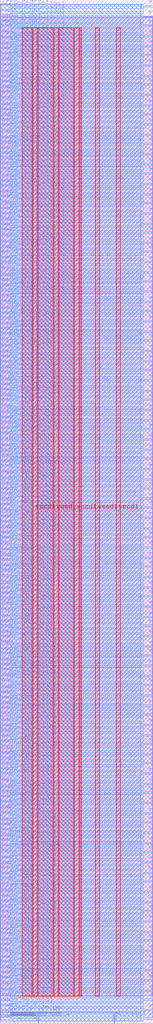
<source format=lef>
VERSION 5.7 ;
  NOWIREEXTENSIONATPIN ON ;
  DIVIDERCHAR "/" ;
  BUSBITCHARS "[]" ;
MACRO wb_bridge_2way
  CLASS BLOCK ;
  FOREIGN wb_bridge_2way ;
  ORIGIN 0.000 0.000 ;
  SIZE 60.000 BY 400.000 ;
  PIN vccd1
    DIRECTION INPUT ;
    USE POWER ;
    PORT
      LAYER met4 ;
        RECT 12.875 10.640 14.475 389.200 ;
    END
    PORT
      LAYER met4 ;
        RECT 29.195 10.640 30.795 389.200 ;
    END
    PORT
      LAYER met4 ;
        RECT 45.515 10.640 47.115 389.200 ;
    END
  END vccd1
  PIN vssd1
    DIRECTION INPUT ;
    USE GROUND ;
    PORT
      LAYER met4 ;
        RECT 21.035 10.640 22.635 389.200 ;
    END
    PORT
      LAYER met4 ;
        RECT 37.355 10.640 38.955 389.200 ;
    END
  END vssd1
  PIN wb_clk_i
    DIRECTION INPUT ;
    USE SIGNAL ;
    PORT
      LAYER met2 ;
        RECT 14.810 0.000 15.090 4.000 ;
    END
  END wb_clk_i
  PIN wb_rst_i
    DIRECTION INPUT ;
    USE SIGNAL ;
    PORT
      LAYER met2 ;
        RECT 44.710 0.000 44.990 4.000 ;
    END
  END wb_rst_i
  PIN wbm_a_ack_i
    DIRECTION INPUT ;
    USE SIGNAL ;
    PORT
      LAYER met3 ;
        RECT 56.000 397.160 60.000 397.760 ;
    END
  END wbm_a_ack_i
  PIN wbm_a_adr_o[0]
    DIRECTION OUTPUT TRISTATE ;
    USE SIGNAL ;
    PORT
      LAYER met3 ;
        RECT 56.000 27.920 60.000 28.520 ;
    END
  END wbm_a_adr_o[0]
  PIN wbm_a_adr_o[10]
    DIRECTION OUTPUT TRISTATE ;
    USE SIGNAL ;
    PORT
      LAYER met3 ;
        RECT 56.000 66.680 60.000 67.280 ;
    END
  END wbm_a_adr_o[10]
  PIN wbm_a_adr_o[11]
    DIRECTION OUTPUT TRISTATE ;
    USE SIGNAL ;
    PORT
      LAYER met3 ;
        RECT 56.000 70.080 60.000 70.680 ;
    END
  END wbm_a_adr_o[11]
  PIN wbm_a_adr_o[12]
    DIRECTION OUTPUT TRISTATE ;
    USE SIGNAL ;
    PORT
      LAYER met3 ;
        RECT 56.000 74.160 60.000 74.760 ;
    END
  END wbm_a_adr_o[12]
  PIN wbm_a_adr_o[13]
    DIRECTION OUTPUT TRISTATE ;
    USE SIGNAL ;
    PORT
      LAYER met3 ;
        RECT 56.000 78.240 60.000 78.840 ;
    END
  END wbm_a_adr_o[13]
  PIN wbm_a_adr_o[14]
    DIRECTION OUTPUT TRISTATE ;
    USE SIGNAL ;
    PORT
      LAYER met3 ;
        RECT 56.000 81.640 60.000 82.240 ;
    END
  END wbm_a_adr_o[14]
  PIN wbm_a_adr_o[15]
    DIRECTION OUTPUT TRISTATE ;
    USE SIGNAL ;
    PORT
      LAYER met3 ;
        RECT 56.000 85.720 60.000 86.320 ;
    END
  END wbm_a_adr_o[15]
  PIN wbm_a_adr_o[16]
    DIRECTION OUTPUT TRISTATE ;
    USE SIGNAL ;
    PORT
      LAYER met3 ;
        RECT 56.000 89.800 60.000 90.400 ;
    END
  END wbm_a_adr_o[16]
  PIN wbm_a_adr_o[17]
    DIRECTION OUTPUT TRISTATE ;
    USE SIGNAL ;
    PORT
      LAYER met3 ;
        RECT 56.000 93.200 60.000 93.800 ;
    END
  END wbm_a_adr_o[17]
  PIN wbm_a_adr_o[18]
    DIRECTION OUTPUT TRISTATE ;
    USE SIGNAL ;
    PORT
      LAYER met3 ;
        RECT 56.000 97.280 60.000 97.880 ;
    END
  END wbm_a_adr_o[18]
  PIN wbm_a_adr_o[19]
    DIRECTION OUTPUT TRISTATE ;
    USE SIGNAL ;
    PORT
      LAYER met3 ;
        RECT 56.000 101.360 60.000 101.960 ;
    END
  END wbm_a_adr_o[19]
  PIN wbm_a_adr_o[1]
    DIRECTION OUTPUT TRISTATE ;
    USE SIGNAL ;
    PORT
      LAYER met3 ;
        RECT 56.000 32.000 60.000 32.600 ;
    END
  END wbm_a_adr_o[1]
  PIN wbm_a_adr_o[20]
    DIRECTION OUTPUT TRISTATE ;
    USE SIGNAL ;
    PORT
      LAYER met3 ;
        RECT 56.000 104.760 60.000 105.360 ;
    END
  END wbm_a_adr_o[20]
  PIN wbm_a_adr_o[21]
    DIRECTION OUTPUT TRISTATE ;
    USE SIGNAL ;
    PORT
      LAYER met3 ;
        RECT 56.000 108.840 60.000 109.440 ;
    END
  END wbm_a_adr_o[21]
  PIN wbm_a_adr_o[22]
    DIRECTION OUTPUT TRISTATE ;
    USE SIGNAL ;
    PORT
      LAYER met3 ;
        RECT 56.000 112.240 60.000 112.840 ;
    END
  END wbm_a_adr_o[22]
  PIN wbm_a_adr_o[23]
    DIRECTION OUTPUT TRISTATE ;
    USE SIGNAL ;
    PORT
      LAYER met3 ;
        RECT 56.000 116.320 60.000 116.920 ;
    END
  END wbm_a_adr_o[23]
  PIN wbm_a_adr_o[24]
    DIRECTION OUTPUT TRISTATE ;
    USE SIGNAL ;
    PORT
      LAYER met3 ;
        RECT 56.000 120.400 60.000 121.000 ;
    END
  END wbm_a_adr_o[24]
  PIN wbm_a_adr_o[25]
    DIRECTION OUTPUT TRISTATE ;
    USE SIGNAL ;
    PORT
      LAYER met3 ;
        RECT 56.000 123.800 60.000 124.400 ;
    END
  END wbm_a_adr_o[25]
  PIN wbm_a_adr_o[26]
    DIRECTION OUTPUT TRISTATE ;
    USE SIGNAL ;
    PORT
      LAYER met3 ;
        RECT 56.000 127.880 60.000 128.480 ;
    END
  END wbm_a_adr_o[26]
  PIN wbm_a_adr_o[27]
    DIRECTION OUTPUT TRISTATE ;
    USE SIGNAL ;
    PORT
      LAYER met3 ;
        RECT 56.000 131.960 60.000 132.560 ;
    END
  END wbm_a_adr_o[27]
  PIN wbm_a_adr_o[28]
    DIRECTION OUTPUT TRISTATE ;
    USE SIGNAL ;
    PORT
      LAYER met3 ;
        RECT 56.000 135.360 60.000 135.960 ;
    END
  END wbm_a_adr_o[28]
  PIN wbm_a_adr_o[29]
    DIRECTION OUTPUT TRISTATE ;
    USE SIGNAL ;
    PORT
      LAYER met3 ;
        RECT 56.000 139.440 60.000 140.040 ;
    END
  END wbm_a_adr_o[29]
  PIN wbm_a_adr_o[2]
    DIRECTION OUTPUT TRISTATE ;
    USE SIGNAL ;
    PORT
      LAYER met3 ;
        RECT 56.000 35.400 60.000 36.000 ;
    END
  END wbm_a_adr_o[2]
  PIN wbm_a_adr_o[30]
    DIRECTION OUTPUT TRISTATE ;
    USE SIGNAL ;
    PORT
      LAYER met3 ;
        RECT 56.000 143.520 60.000 144.120 ;
    END
  END wbm_a_adr_o[30]
  PIN wbm_a_adr_o[31]
    DIRECTION OUTPUT TRISTATE ;
    USE SIGNAL ;
    PORT
      LAYER met3 ;
        RECT 56.000 146.920 60.000 147.520 ;
    END
  END wbm_a_adr_o[31]
  PIN wbm_a_adr_o[3]
    DIRECTION OUTPUT TRISTATE ;
    USE SIGNAL ;
    PORT
      LAYER met3 ;
        RECT 56.000 39.480 60.000 40.080 ;
    END
  END wbm_a_adr_o[3]
  PIN wbm_a_adr_o[4]
    DIRECTION OUTPUT TRISTATE ;
    USE SIGNAL ;
    PORT
      LAYER met3 ;
        RECT 56.000 43.560 60.000 44.160 ;
    END
  END wbm_a_adr_o[4]
  PIN wbm_a_adr_o[5]
    DIRECTION OUTPUT TRISTATE ;
    USE SIGNAL ;
    PORT
      LAYER met3 ;
        RECT 56.000 46.960 60.000 47.560 ;
    END
  END wbm_a_adr_o[5]
  PIN wbm_a_adr_o[6]
    DIRECTION OUTPUT TRISTATE ;
    USE SIGNAL ;
    PORT
      LAYER met3 ;
        RECT 56.000 51.040 60.000 51.640 ;
    END
  END wbm_a_adr_o[6]
  PIN wbm_a_adr_o[7]
    DIRECTION OUTPUT TRISTATE ;
    USE SIGNAL ;
    PORT
      LAYER met3 ;
        RECT 56.000 55.120 60.000 55.720 ;
    END
  END wbm_a_adr_o[7]
  PIN wbm_a_adr_o[8]
    DIRECTION OUTPUT TRISTATE ;
    USE SIGNAL ;
    PORT
      LAYER met3 ;
        RECT 56.000 58.520 60.000 59.120 ;
    END
  END wbm_a_adr_o[8]
  PIN wbm_a_adr_o[9]
    DIRECTION OUTPUT TRISTATE ;
    USE SIGNAL ;
    PORT
      LAYER met3 ;
        RECT 56.000 62.600 60.000 63.200 ;
    END
  END wbm_a_adr_o[9]
  PIN wbm_a_cyc_o
    DIRECTION OUTPUT TRISTATE ;
    USE SIGNAL ;
    PORT
      LAYER met3 ;
        RECT 56.000 4.800 60.000 5.400 ;
    END
  END wbm_a_cyc_o
  PIN wbm_a_dat_i[0]
    DIRECTION INPUT ;
    USE SIGNAL ;
    PORT
      LAYER met3 ;
        RECT 56.000 274.080 60.000 274.680 ;
    END
  END wbm_a_dat_i[0]
  PIN wbm_a_dat_i[10]
    DIRECTION INPUT ;
    USE SIGNAL ;
    PORT
      LAYER met3 ;
        RECT 56.000 312.160 60.000 312.760 ;
    END
  END wbm_a_dat_i[10]
  PIN wbm_a_dat_i[11]
    DIRECTION INPUT ;
    USE SIGNAL ;
    PORT
      LAYER met3 ;
        RECT 56.000 316.240 60.000 316.840 ;
    END
  END wbm_a_dat_i[11]
  PIN wbm_a_dat_i[12]
    DIRECTION INPUT ;
    USE SIGNAL ;
    PORT
      LAYER met3 ;
        RECT 56.000 320.320 60.000 320.920 ;
    END
  END wbm_a_dat_i[12]
  PIN wbm_a_dat_i[13]
    DIRECTION INPUT ;
    USE SIGNAL ;
    PORT
      LAYER met3 ;
        RECT 56.000 323.720 60.000 324.320 ;
    END
  END wbm_a_dat_i[13]
  PIN wbm_a_dat_i[14]
    DIRECTION INPUT ;
    USE SIGNAL ;
    PORT
      LAYER met3 ;
        RECT 56.000 327.800 60.000 328.400 ;
    END
  END wbm_a_dat_i[14]
  PIN wbm_a_dat_i[15]
    DIRECTION INPUT ;
    USE SIGNAL ;
    PORT
      LAYER met3 ;
        RECT 56.000 331.880 60.000 332.480 ;
    END
  END wbm_a_dat_i[15]
  PIN wbm_a_dat_i[16]
    DIRECTION INPUT ;
    USE SIGNAL ;
    PORT
      LAYER met3 ;
        RECT 56.000 335.280 60.000 335.880 ;
    END
  END wbm_a_dat_i[16]
  PIN wbm_a_dat_i[17]
    DIRECTION INPUT ;
    USE SIGNAL ;
    PORT
      LAYER met3 ;
        RECT 56.000 339.360 60.000 339.960 ;
    END
  END wbm_a_dat_i[17]
  PIN wbm_a_dat_i[18]
    DIRECTION INPUT ;
    USE SIGNAL ;
    PORT
      LAYER met3 ;
        RECT 56.000 343.440 60.000 344.040 ;
    END
  END wbm_a_dat_i[18]
  PIN wbm_a_dat_i[19]
    DIRECTION INPUT ;
    USE SIGNAL ;
    PORT
      LAYER met3 ;
        RECT 56.000 346.840 60.000 347.440 ;
    END
  END wbm_a_dat_i[19]
  PIN wbm_a_dat_i[1]
    DIRECTION INPUT ;
    USE SIGNAL ;
    PORT
      LAYER met3 ;
        RECT 56.000 278.160 60.000 278.760 ;
    END
  END wbm_a_dat_i[1]
  PIN wbm_a_dat_i[20]
    DIRECTION INPUT ;
    USE SIGNAL ;
    PORT
      LAYER met3 ;
        RECT 56.000 350.920 60.000 351.520 ;
    END
  END wbm_a_dat_i[20]
  PIN wbm_a_dat_i[21]
    DIRECTION INPUT ;
    USE SIGNAL ;
    PORT
      LAYER met3 ;
        RECT 56.000 355.000 60.000 355.600 ;
    END
  END wbm_a_dat_i[21]
  PIN wbm_a_dat_i[22]
    DIRECTION INPUT ;
    USE SIGNAL ;
    PORT
      LAYER met3 ;
        RECT 56.000 358.400 60.000 359.000 ;
    END
  END wbm_a_dat_i[22]
  PIN wbm_a_dat_i[23]
    DIRECTION INPUT ;
    USE SIGNAL ;
    PORT
      LAYER met3 ;
        RECT 56.000 362.480 60.000 363.080 ;
    END
  END wbm_a_dat_i[23]
  PIN wbm_a_dat_i[24]
    DIRECTION INPUT ;
    USE SIGNAL ;
    PORT
      LAYER met3 ;
        RECT 56.000 366.560 60.000 367.160 ;
    END
  END wbm_a_dat_i[24]
  PIN wbm_a_dat_i[25]
    DIRECTION INPUT ;
    USE SIGNAL ;
    PORT
      LAYER met3 ;
        RECT 56.000 369.960 60.000 370.560 ;
    END
  END wbm_a_dat_i[25]
  PIN wbm_a_dat_i[26]
    DIRECTION INPUT ;
    USE SIGNAL ;
    PORT
      LAYER met3 ;
        RECT 56.000 374.040 60.000 374.640 ;
    END
  END wbm_a_dat_i[26]
  PIN wbm_a_dat_i[27]
    DIRECTION INPUT ;
    USE SIGNAL ;
    PORT
      LAYER met3 ;
        RECT 56.000 378.120 60.000 378.720 ;
    END
  END wbm_a_dat_i[27]
  PIN wbm_a_dat_i[28]
    DIRECTION INPUT ;
    USE SIGNAL ;
    PORT
      LAYER met3 ;
        RECT 56.000 381.520 60.000 382.120 ;
    END
  END wbm_a_dat_i[28]
  PIN wbm_a_dat_i[29]
    DIRECTION INPUT ;
    USE SIGNAL ;
    PORT
      LAYER met3 ;
        RECT 56.000 385.600 60.000 386.200 ;
    END
  END wbm_a_dat_i[29]
  PIN wbm_a_dat_i[2]
    DIRECTION INPUT ;
    USE SIGNAL ;
    PORT
      LAYER met3 ;
        RECT 56.000 281.560 60.000 282.160 ;
    END
  END wbm_a_dat_i[2]
  PIN wbm_a_dat_i[30]
    DIRECTION INPUT ;
    USE SIGNAL ;
    PORT
      LAYER met3 ;
        RECT 56.000 389.680 60.000 390.280 ;
    END
  END wbm_a_dat_i[30]
  PIN wbm_a_dat_i[31]
    DIRECTION INPUT ;
    USE SIGNAL ;
    PORT
      LAYER met3 ;
        RECT 56.000 393.080 60.000 393.680 ;
    END
  END wbm_a_dat_i[31]
  PIN wbm_a_dat_i[3]
    DIRECTION INPUT ;
    USE SIGNAL ;
    PORT
      LAYER met3 ;
        RECT 56.000 285.640 60.000 286.240 ;
    END
  END wbm_a_dat_i[3]
  PIN wbm_a_dat_i[4]
    DIRECTION INPUT ;
    USE SIGNAL ;
    PORT
      LAYER met3 ;
        RECT 56.000 289.720 60.000 290.320 ;
    END
  END wbm_a_dat_i[4]
  PIN wbm_a_dat_i[5]
    DIRECTION INPUT ;
    USE SIGNAL ;
    PORT
      LAYER met3 ;
        RECT 56.000 293.120 60.000 293.720 ;
    END
  END wbm_a_dat_i[5]
  PIN wbm_a_dat_i[6]
    DIRECTION INPUT ;
    USE SIGNAL ;
    PORT
      LAYER met3 ;
        RECT 56.000 297.200 60.000 297.800 ;
    END
  END wbm_a_dat_i[6]
  PIN wbm_a_dat_i[7]
    DIRECTION INPUT ;
    USE SIGNAL ;
    PORT
      LAYER met3 ;
        RECT 56.000 301.280 60.000 301.880 ;
    END
  END wbm_a_dat_i[7]
  PIN wbm_a_dat_i[8]
    DIRECTION INPUT ;
    USE SIGNAL ;
    PORT
      LAYER met3 ;
        RECT 56.000 304.680 60.000 305.280 ;
    END
  END wbm_a_dat_i[8]
  PIN wbm_a_dat_i[9]
    DIRECTION INPUT ;
    USE SIGNAL ;
    PORT
      LAYER met3 ;
        RECT 56.000 308.760 60.000 309.360 ;
    END
  END wbm_a_dat_i[9]
  PIN wbm_a_dat_o[0]
    DIRECTION OUTPUT TRISTATE ;
    USE SIGNAL ;
    PORT
      LAYER met3 ;
        RECT 56.000 151.000 60.000 151.600 ;
    END
  END wbm_a_dat_o[0]
  PIN wbm_a_dat_o[10]
    DIRECTION OUTPUT TRISTATE ;
    USE SIGNAL ;
    PORT
      LAYER met3 ;
        RECT 56.000 189.760 60.000 190.360 ;
    END
  END wbm_a_dat_o[10]
  PIN wbm_a_dat_o[11]
    DIRECTION OUTPUT TRISTATE ;
    USE SIGNAL ;
    PORT
      LAYER met3 ;
        RECT 56.000 193.160 60.000 193.760 ;
    END
  END wbm_a_dat_o[11]
  PIN wbm_a_dat_o[12]
    DIRECTION OUTPUT TRISTATE ;
    USE SIGNAL ;
    PORT
      LAYER met3 ;
        RECT 56.000 197.240 60.000 197.840 ;
    END
  END wbm_a_dat_o[12]
  PIN wbm_a_dat_o[13]
    DIRECTION OUTPUT TRISTATE ;
    USE SIGNAL ;
    PORT
      LAYER met3 ;
        RECT 56.000 201.320 60.000 201.920 ;
    END
  END wbm_a_dat_o[13]
  PIN wbm_a_dat_o[14]
    DIRECTION OUTPUT TRISTATE ;
    USE SIGNAL ;
    PORT
      LAYER met3 ;
        RECT 56.000 204.720 60.000 205.320 ;
    END
  END wbm_a_dat_o[14]
  PIN wbm_a_dat_o[15]
    DIRECTION OUTPUT TRISTATE ;
    USE SIGNAL ;
    PORT
      LAYER met3 ;
        RECT 56.000 208.800 60.000 209.400 ;
    END
  END wbm_a_dat_o[15]
  PIN wbm_a_dat_o[16]
    DIRECTION OUTPUT TRISTATE ;
    USE SIGNAL ;
    PORT
      LAYER met3 ;
        RECT 56.000 212.200 60.000 212.800 ;
    END
  END wbm_a_dat_o[16]
  PIN wbm_a_dat_o[17]
    DIRECTION OUTPUT TRISTATE ;
    USE SIGNAL ;
    PORT
      LAYER met3 ;
        RECT 56.000 216.280 60.000 216.880 ;
    END
  END wbm_a_dat_o[17]
  PIN wbm_a_dat_o[18]
    DIRECTION OUTPUT TRISTATE ;
    USE SIGNAL ;
    PORT
      LAYER met3 ;
        RECT 56.000 220.360 60.000 220.960 ;
    END
  END wbm_a_dat_o[18]
  PIN wbm_a_dat_o[19]
    DIRECTION OUTPUT TRISTATE ;
    USE SIGNAL ;
    PORT
      LAYER met3 ;
        RECT 56.000 223.760 60.000 224.360 ;
    END
  END wbm_a_dat_o[19]
  PIN wbm_a_dat_o[1]
    DIRECTION OUTPUT TRISTATE ;
    USE SIGNAL ;
    PORT
      LAYER met3 ;
        RECT 56.000 155.080 60.000 155.680 ;
    END
  END wbm_a_dat_o[1]
  PIN wbm_a_dat_o[20]
    DIRECTION OUTPUT TRISTATE ;
    USE SIGNAL ;
    PORT
      LAYER met3 ;
        RECT 56.000 227.840 60.000 228.440 ;
    END
  END wbm_a_dat_o[20]
  PIN wbm_a_dat_o[21]
    DIRECTION OUTPUT TRISTATE ;
    USE SIGNAL ;
    PORT
      LAYER met3 ;
        RECT 56.000 231.920 60.000 232.520 ;
    END
  END wbm_a_dat_o[21]
  PIN wbm_a_dat_o[22]
    DIRECTION OUTPUT TRISTATE ;
    USE SIGNAL ;
    PORT
      LAYER met3 ;
        RECT 56.000 235.320 60.000 235.920 ;
    END
  END wbm_a_dat_o[22]
  PIN wbm_a_dat_o[23]
    DIRECTION OUTPUT TRISTATE ;
    USE SIGNAL ;
    PORT
      LAYER met3 ;
        RECT 56.000 239.400 60.000 240.000 ;
    END
  END wbm_a_dat_o[23]
  PIN wbm_a_dat_o[24]
    DIRECTION OUTPUT TRISTATE ;
    USE SIGNAL ;
    PORT
      LAYER met3 ;
        RECT 56.000 243.480 60.000 244.080 ;
    END
  END wbm_a_dat_o[24]
  PIN wbm_a_dat_o[25]
    DIRECTION OUTPUT TRISTATE ;
    USE SIGNAL ;
    PORT
      LAYER met3 ;
        RECT 56.000 246.880 60.000 247.480 ;
    END
  END wbm_a_dat_o[25]
  PIN wbm_a_dat_o[26]
    DIRECTION OUTPUT TRISTATE ;
    USE SIGNAL ;
    PORT
      LAYER met3 ;
        RECT 56.000 250.960 60.000 251.560 ;
    END
  END wbm_a_dat_o[26]
  PIN wbm_a_dat_o[27]
    DIRECTION OUTPUT TRISTATE ;
    USE SIGNAL ;
    PORT
      LAYER met3 ;
        RECT 56.000 255.040 60.000 255.640 ;
    END
  END wbm_a_dat_o[27]
  PIN wbm_a_dat_o[28]
    DIRECTION OUTPUT TRISTATE ;
    USE SIGNAL ;
    PORT
      LAYER met3 ;
        RECT 56.000 258.440 60.000 259.040 ;
    END
  END wbm_a_dat_o[28]
  PIN wbm_a_dat_o[29]
    DIRECTION OUTPUT TRISTATE ;
    USE SIGNAL ;
    PORT
      LAYER met3 ;
        RECT 56.000 262.520 60.000 263.120 ;
    END
  END wbm_a_dat_o[29]
  PIN wbm_a_dat_o[2]
    DIRECTION OUTPUT TRISTATE ;
    USE SIGNAL ;
    PORT
      LAYER met3 ;
        RECT 56.000 158.480 60.000 159.080 ;
    END
  END wbm_a_dat_o[2]
  PIN wbm_a_dat_o[30]
    DIRECTION OUTPUT TRISTATE ;
    USE SIGNAL ;
    PORT
      LAYER met3 ;
        RECT 56.000 266.600 60.000 267.200 ;
    END
  END wbm_a_dat_o[30]
  PIN wbm_a_dat_o[31]
    DIRECTION OUTPUT TRISTATE ;
    USE SIGNAL ;
    PORT
      LAYER met3 ;
        RECT 56.000 270.000 60.000 270.600 ;
    END
  END wbm_a_dat_o[31]
  PIN wbm_a_dat_o[3]
    DIRECTION OUTPUT TRISTATE ;
    USE SIGNAL ;
    PORT
      LAYER met3 ;
        RECT 56.000 162.560 60.000 163.160 ;
    END
  END wbm_a_dat_o[3]
  PIN wbm_a_dat_o[4]
    DIRECTION OUTPUT TRISTATE ;
    USE SIGNAL ;
    PORT
      LAYER met3 ;
        RECT 56.000 166.640 60.000 167.240 ;
    END
  END wbm_a_dat_o[4]
  PIN wbm_a_dat_o[5]
    DIRECTION OUTPUT TRISTATE ;
    USE SIGNAL ;
    PORT
      LAYER met3 ;
        RECT 56.000 170.040 60.000 170.640 ;
    END
  END wbm_a_dat_o[5]
  PIN wbm_a_dat_o[6]
    DIRECTION OUTPUT TRISTATE ;
    USE SIGNAL ;
    PORT
      LAYER met3 ;
        RECT 56.000 174.120 60.000 174.720 ;
    END
  END wbm_a_dat_o[6]
  PIN wbm_a_dat_o[7]
    DIRECTION OUTPUT TRISTATE ;
    USE SIGNAL ;
    PORT
      LAYER met3 ;
        RECT 56.000 178.200 60.000 178.800 ;
    END
  END wbm_a_dat_o[7]
  PIN wbm_a_dat_o[8]
    DIRECTION OUTPUT TRISTATE ;
    USE SIGNAL ;
    PORT
      LAYER met3 ;
        RECT 56.000 181.600 60.000 182.200 ;
    END
  END wbm_a_dat_o[8]
  PIN wbm_a_dat_o[9]
    DIRECTION OUTPUT TRISTATE ;
    USE SIGNAL ;
    PORT
      LAYER met3 ;
        RECT 56.000 185.680 60.000 186.280 ;
    END
  END wbm_a_dat_o[9]
  PIN wbm_a_sel_o[0]
    DIRECTION OUTPUT TRISTATE ;
    USE SIGNAL ;
    PORT
      LAYER met3 ;
        RECT 56.000 12.280 60.000 12.880 ;
    END
  END wbm_a_sel_o[0]
  PIN wbm_a_sel_o[1]
    DIRECTION OUTPUT TRISTATE ;
    USE SIGNAL ;
    PORT
      LAYER met3 ;
        RECT 56.000 16.360 60.000 16.960 ;
    END
  END wbm_a_sel_o[1]
  PIN wbm_a_sel_o[2]
    DIRECTION OUTPUT TRISTATE ;
    USE SIGNAL ;
    PORT
      LAYER met3 ;
        RECT 56.000 20.440 60.000 21.040 ;
    END
  END wbm_a_sel_o[2]
  PIN wbm_a_sel_o[3]
    DIRECTION OUTPUT TRISTATE ;
    USE SIGNAL ;
    PORT
      LAYER met3 ;
        RECT 56.000 23.840 60.000 24.440 ;
    END
  END wbm_a_sel_o[3]
  PIN wbm_a_stb_o
    DIRECTION OUTPUT TRISTATE ;
    USE SIGNAL ;
    PORT
      LAYER met3 ;
        RECT 56.000 1.400 60.000 2.000 ;
    END
  END wbm_a_stb_o
  PIN wbm_a_we_o
    DIRECTION OUTPUT TRISTATE ;
    USE SIGNAL ;
    PORT
      LAYER met3 ;
        RECT 56.000 8.880 60.000 9.480 ;
    END
  END wbm_a_we_o
  PIN wbm_b_ack_i
    DIRECTION INPUT ;
    USE SIGNAL ;
    PORT
      LAYER met3 ;
        RECT 0.000 397.840 4.000 398.440 ;
    END
  END wbm_b_ack_i
  PIN wbm_b_adr_o[0]
    DIRECTION OUTPUT TRISTATE ;
    USE SIGNAL ;
    PORT
      LAYER met3 ;
        RECT 0.000 238.720 4.000 239.320 ;
    END
  END wbm_b_adr_o[0]
  PIN wbm_b_adr_o[1]
    DIRECTION OUTPUT TRISTATE ;
    USE SIGNAL ;
    PORT
      LAYER met3 ;
        RECT 0.000 241.440 4.000 242.040 ;
    END
  END wbm_b_adr_o[1]
  PIN wbm_b_adr_o[2]
    DIRECTION OUTPUT TRISTATE ;
    USE SIGNAL ;
    PORT
      LAYER met3 ;
        RECT 0.000 243.480 4.000 244.080 ;
    END
  END wbm_b_adr_o[2]
  PIN wbm_b_adr_o[3]
    DIRECTION OUTPUT TRISTATE ;
    USE SIGNAL ;
    PORT
      LAYER met3 ;
        RECT 0.000 245.520 4.000 246.120 ;
    END
  END wbm_b_adr_o[3]
  PIN wbm_b_adr_o[4]
    DIRECTION OUTPUT TRISTATE ;
    USE SIGNAL ;
    PORT
      LAYER met3 ;
        RECT 0.000 247.560 4.000 248.160 ;
    END
  END wbm_b_adr_o[4]
  PIN wbm_b_adr_o[5]
    DIRECTION OUTPUT TRISTATE ;
    USE SIGNAL ;
    PORT
      LAYER met3 ;
        RECT 0.000 249.600 4.000 250.200 ;
    END
  END wbm_b_adr_o[5]
  PIN wbm_b_adr_o[6]
    DIRECTION OUTPUT TRISTATE ;
    USE SIGNAL ;
    PORT
      LAYER met3 ;
        RECT 0.000 251.640 4.000 252.240 ;
    END
  END wbm_b_adr_o[6]
  PIN wbm_b_adr_o[7]
    DIRECTION OUTPUT TRISTATE ;
    USE SIGNAL ;
    PORT
      LAYER met3 ;
        RECT 0.000 254.360 4.000 254.960 ;
    END
  END wbm_b_adr_o[7]
  PIN wbm_b_adr_o[8]
    DIRECTION OUTPUT TRISTATE ;
    USE SIGNAL ;
    PORT
      LAYER met3 ;
        RECT 0.000 256.400 4.000 257.000 ;
    END
  END wbm_b_adr_o[8]
  PIN wbm_b_adr_o[9]
    DIRECTION OUTPUT TRISTATE ;
    USE SIGNAL ;
    PORT
      LAYER met3 ;
        RECT 0.000 258.440 4.000 259.040 ;
    END
  END wbm_b_adr_o[9]
  PIN wbm_b_cyc_o
    DIRECTION OUTPUT TRISTATE ;
    USE SIGNAL ;
    PORT
      LAYER met3 ;
        RECT 0.000 225.800 4.000 226.400 ;
    END
  END wbm_b_cyc_o
  PIN wbm_b_dat_i[0]
    DIRECTION INPUT ;
    USE SIGNAL ;
    PORT
      LAYER met3 ;
        RECT 0.000 329.160 4.000 329.760 ;
    END
  END wbm_b_dat_i[0]
  PIN wbm_b_dat_i[10]
    DIRECTION INPUT ;
    USE SIGNAL ;
    PORT
      LAYER met3 ;
        RECT 0.000 350.920 4.000 351.520 ;
    END
  END wbm_b_dat_i[10]
  PIN wbm_b_dat_i[11]
    DIRECTION INPUT ;
    USE SIGNAL ;
    PORT
      LAYER met3 ;
        RECT 0.000 352.960 4.000 353.560 ;
    END
  END wbm_b_dat_i[11]
  PIN wbm_b_dat_i[12]
    DIRECTION INPUT ;
    USE SIGNAL ;
    PORT
      LAYER met3 ;
        RECT 0.000 355.000 4.000 355.600 ;
    END
  END wbm_b_dat_i[12]
  PIN wbm_b_dat_i[13]
    DIRECTION INPUT ;
    USE SIGNAL ;
    PORT
      LAYER met3 ;
        RECT 0.000 357.040 4.000 357.640 ;
    END
  END wbm_b_dat_i[13]
  PIN wbm_b_dat_i[14]
    DIRECTION INPUT ;
    USE SIGNAL ;
    PORT
      LAYER met3 ;
        RECT 0.000 359.080 4.000 359.680 ;
    END
  END wbm_b_dat_i[14]
  PIN wbm_b_dat_i[15]
    DIRECTION INPUT ;
    USE SIGNAL ;
    PORT
      LAYER met3 ;
        RECT 0.000 361.800 4.000 362.400 ;
    END
  END wbm_b_dat_i[15]
  PIN wbm_b_dat_i[16]
    DIRECTION INPUT ;
    USE SIGNAL ;
    PORT
      LAYER met3 ;
        RECT 0.000 363.840 4.000 364.440 ;
    END
  END wbm_b_dat_i[16]
  PIN wbm_b_dat_i[17]
    DIRECTION INPUT ;
    USE SIGNAL ;
    PORT
      LAYER met3 ;
        RECT 0.000 365.880 4.000 366.480 ;
    END
  END wbm_b_dat_i[17]
  PIN wbm_b_dat_i[18]
    DIRECTION INPUT ;
    USE SIGNAL ;
    PORT
      LAYER met3 ;
        RECT 0.000 367.920 4.000 368.520 ;
    END
  END wbm_b_dat_i[18]
  PIN wbm_b_dat_i[19]
    DIRECTION INPUT ;
    USE SIGNAL ;
    PORT
      LAYER met3 ;
        RECT 0.000 369.960 4.000 370.560 ;
    END
  END wbm_b_dat_i[19]
  PIN wbm_b_dat_i[1]
    DIRECTION INPUT ;
    USE SIGNAL ;
    PORT
      LAYER met3 ;
        RECT 0.000 331.200 4.000 331.800 ;
    END
  END wbm_b_dat_i[1]
  PIN wbm_b_dat_i[20]
    DIRECTION INPUT ;
    USE SIGNAL ;
    PORT
      LAYER met3 ;
        RECT 0.000 372.000 4.000 372.600 ;
    END
  END wbm_b_dat_i[20]
  PIN wbm_b_dat_i[21]
    DIRECTION INPUT ;
    USE SIGNAL ;
    PORT
      LAYER met3 ;
        RECT 0.000 374.720 4.000 375.320 ;
    END
  END wbm_b_dat_i[21]
  PIN wbm_b_dat_i[22]
    DIRECTION INPUT ;
    USE SIGNAL ;
    PORT
      LAYER met3 ;
        RECT 0.000 376.760 4.000 377.360 ;
    END
  END wbm_b_dat_i[22]
  PIN wbm_b_dat_i[23]
    DIRECTION INPUT ;
    USE SIGNAL ;
    PORT
      LAYER met3 ;
        RECT 0.000 378.800 4.000 379.400 ;
    END
  END wbm_b_dat_i[23]
  PIN wbm_b_dat_i[24]
    DIRECTION INPUT ;
    USE SIGNAL ;
    PORT
      LAYER met3 ;
        RECT 0.000 380.840 4.000 381.440 ;
    END
  END wbm_b_dat_i[24]
  PIN wbm_b_dat_i[25]
    DIRECTION INPUT ;
    USE SIGNAL ;
    PORT
      LAYER met3 ;
        RECT 0.000 382.880 4.000 383.480 ;
    END
  END wbm_b_dat_i[25]
  PIN wbm_b_dat_i[26]
    DIRECTION INPUT ;
    USE SIGNAL ;
    PORT
      LAYER met3 ;
        RECT 0.000 384.920 4.000 385.520 ;
    END
  END wbm_b_dat_i[26]
  PIN wbm_b_dat_i[27]
    DIRECTION INPUT ;
    USE SIGNAL ;
    PORT
      LAYER met3 ;
        RECT 0.000 387.640 4.000 388.240 ;
    END
  END wbm_b_dat_i[27]
  PIN wbm_b_dat_i[28]
    DIRECTION INPUT ;
    USE SIGNAL ;
    PORT
      LAYER met3 ;
        RECT 0.000 389.680 4.000 390.280 ;
    END
  END wbm_b_dat_i[28]
  PIN wbm_b_dat_i[29]
    DIRECTION INPUT ;
    USE SIGNAL ;
    PORT
      LAYER met3 ;
        RECT 0.000 391.720 4.000 392.320 ;
    END
  END wbm_b_dat_i[29]
  PIN wbm_b_dat_i[2]
    DIRECTION INPUT ;
    USE SIGNAL ;
    PORT
      LAYER met3 ;
        RECT 0.000 333.920 4.000 334.520 ;
    END
  END wbm_b_dat_i[2]
  PIN wbm_b_dat_i[30]
    DIRECTION INPUT ;
    USE SIGNAL ;
    PORT
      LAYER met3 ;
        RECT 0.000 393.760 4.000 394.360 ;
    END
  END wbm_b_dat_i[30]
  PIN wbm_b_dat_i[31]
    DIRECTION INPUT ;
    USE SIGNAL ;
    PORT
      LAYER met3 ;
        RECT 0.000 395.800 4.000 396.400 ;
    END
  END wbm_b_dat_i[31]
  PIN wbm_b_dat_i[3]
    DIRECTION INPUT ;
    USE SIGNAL ;
    PORT
      LAYER met3 ;
        RECT 0.000 335.960 4.000 336.560 ;
    END
  END wbm_b_dat_i[3]
  PIN wbm_b_dat_i[4]
    DIRECTION INPUT ;
    USE SIGNAL ;
    PORT
      LAYER met3 ;
        RECT 0.000 338.000 4.000 338.600 ;
    END
  END wbm_b_dat_i[4]
  PIN wbm_b_dat_i[5]
    DIRECTION INPUT ;
    USE SIGNAL ;
    PORT
      LAYER met3 ;
        RECT 0.000 340.040 4.000 340.640 ;
    END
  END wbm_b_dat_i[5]
  PIN wbm_b_dat_i[6]
    DIRECTION INPUT ;
    USE SIGNAL ;
    PORT
      LAYER met3 ;
        RECT 0.000 342.080 4.000 342.680 ;
    END
  END wbm_b_dat_i[6]
  PIN wbm_b_dat_i[7]
    DIRECTION INPUT ;
    USE SIGNAL ;
    PORT
      LAYER met3 ;
        RECT 0.000 344.120 4.000 344.720 ;
    END
  END wbm_b_dat_i[7]
  PIN wbm_b_dat_i[8]
    DIRECTION INPUT ;
    USE SIGNAL ;
    PORT
      LAYER met3 ;
        RECT 0.000 346.160 4.000 346.760 ;
    END
  END wbm_b_dat_i[8]
  PIN wbm_b_dat_i[9]
    DIRECTION INPUT ;
    USE SIGNAL ;
    PORT
      LAYER met3 ;
        RECT 0.000 348.880 4.000 349.480 ;
    END
  END wbm_b_dat_i[9]
  PIN wbm_b_dat_o[0]
    DIRECTION OUTPUT TRISTATE ;
    USE SIGNAL ;
    PORT
      LAYER met3 ;
        RECT 0.000 260.480 4.000 261.080 ;
    END
  END wbm_b_dat_o[0]
  PIN wbm_b_dat_o[10]
    DIRECTION OUTPUT TRISTATE ;
    USE SIGNAL ;
    PORT
      LAYER met3 ;
        RECT 0.000 282.240 4.000 282.840 ;
    END
  END wbm_b_dat_o[10]
  PIN wbm_b_dat_o[11]
    DIRECTION OUTPUT TRISTATE ;
    USE SIGNAL ;
    PORT
      LAYER met3 ;
        RECT 0.000 284.280 4.000 284.880 ;
    END
  END wbm_b_dat_o[11]
  PIN wbm_b_dat_o[12]
    DIRECTION OUTPUT TRISTATE ;
    USE SIGNAL ;
    PORT
      LAYER met3 ;
        RECT 0.000 286.320 4.000 286.920 ;
    END
  END wbm_b_dat_o[12]
  PIN wbm_b_dat_o[13]
    DIRECTION OUTPUT TRISTATE ;
    USE SIGNAL ;
    PORT
      LAYER met3 ;
        RECT 0.000 288.360 4.000 288.960 ;
    END
  END wbm_b_dat_o[13]
  PIN wbm_b_dat_o[14]
    DIRECTION OUTPUT TRISTATE ;
    USE SIGNAL ;
    PORT
      LAYER met3 ;
        RECT 0.000 290.400 4.000 291.000 ;
    END
  END wbm_b_dat_o[14]
  PIN wbm_b_dat_o[15]
    DIRECTION OUTPUT TRISTATE ;
    USE SIGNAL ;
    PORT
      LAYER met3 ;
        RECT 0.000 292.440 4.000 293.040 ;
    END
  END wbm_b_dat_o[15]
  PIN wbm_b_dat_o[16]
    DIRECTION OUTPUT TRISTATE ;
    USE SIGNAL ;
    PORT
      LAYER met3 ;
        RECT 0.000 295.160 4.000 295.760 ;
    END
  END wbm_b_dat_o[16]
  PIN wbm_b_dat_o[17]
    DIRECTION OUTPUT TRISTATE ;
    USE SIGNAL ;
    PORT
      LAYER met3 ;
        RECT 0.000 297.200 4.000 297.800 ;
    END
  END wbm_b_dat_o[17]
  PIN wbm_b_dat_o[18]
    DIRECTION OUTPUT TRISTATE ;
    USE SIGNAL ;
    PORT
      LAYER met3 ;
        RECT 0.000 299.240 4.000 299.840 ;
    END
  END wbm_b_dat_o[18]
  PIN wbm_b_dat_o[19]
    DIRECTION OUTPUT TRISTATE ;
    USE SIGNAL ;
    PORT
      LAYER met3 ;
        RECT 0.000 301.280 4.000 301.880 ;
    END
  END wbm_b_dat_o[19]
  PIN wbm_b_dat_o[1]
    DIRECTION OUTPUT TRISTATE ;
    USE SIGNAL ;
    PORT
      LAYER met3 ;
        RECT 0.000 262.520 4.000 263.120 ;
    END
  END wbm_b_dat_o[1]
  PIN wbm_b_dat_o[20]
    DIRECTION OUTPUT TRISTATE ;
    USE SIGNAL ;
    PORT
      LAYER met3 ;
        RECT 0.000 303.320 4.000 303.920 ;
    END
  END wbm_b_dat_o[20]
  PIN wbm_b_dat_o[21]
    DIRECTION OUTPUT TRISTATE ;
    USE SIGNAL ;
    PORT
      LAYER met3 ;
        RECT 0.000 305.360 4.000 305.960 ;
    END
  END wbm_b_dat_o[21]
  PIN wbm_b_dat_o[22]
    DIRECTION OUTPUT TRISTATE ;
    USE SIGNAL ;
    PORT
      LAYER met3 ;
        RECT 0.000 308.080 4.000 308.680 ;
    END
  END wbm_b_dat_o[22]
  PIN wbm_b_dat_o[23]
    DIRECTION OUTPUT TRISTATE ;
    USE SIGNAL ;
    PORT
      LAYER met3 ;
        RECT 0.000 310.120 4.000 310.720 ;
    END
  END wbm_b_dat_o[23]
  PIN wbm_b_dat_o[24]
    DIRECTION OUTPUT TRISTATE ;
    USE SIGNAL ;
    PORT
      LAYER met3 ;
        RECT 0.000 312.160 4.000 312.760 ;
    END
  END wbm_b_dat_o[24]
  PIN wbm_b_dat_o[25]
    DIRECTION OUTPUT TRISTATE ;
    USE SIGNAL ;
    PORT
      LAYER met3 ;
        RECT 0.000 314.200 4.000 314.800 ;
    END
  END wbm_b_dat_o[25]
  PIN wbm_b_dat_o[26]
    DIRECTION OUTPUT TRISTATE ;
    USE SIGNAL ;
    PORT
      LAYER met3 ;
        RECT 0.000 316.240 4.000 316.840 ;
    END
  END wbm_b_dat_o[26]
  PIN wbm_b_dat_o[27]
    DIRECTION OUTPUT TRISTATE ;
    USE SIGNAL ;
    PORT
      LAYER met3 ;
        RECT 0.000 318.280 4.000 318.880 ;
    END
  END wbm_b_dat_o[27]
  PIN wbm_b_dat_o[28]
    DIRECTION OUTPUT TRISTATE ;
    USE SIGNAL ;
    PORT
      LAYER met3 ;
        RECT 0.000 321.000 4.000 321.600 ;
    END
  END wbm_b_dat_o[28]
  PIN wbm_b_dat_o[29]
    DIRECTION OUTPUT TRISTATE ;
    USE SIGNAL ;
    PORT
      LAYER met3 ;
        RECT 0.000 323.040 4.000 323.640 ;
    END
  END wbm_b_dat_o[29]
  PIN wbm_b_dat_o[2]
    DIRECTION OUTPUT TRISTATE ;
    USE SIGNAL ;
    PORT
      LAYER met3 ;
        RECT 0.000 264.560 4.000 265.160 ;
    END
  END wbm_b_dat_o[2]
  PIN wbm_b_dat_o[30]
    DIRECTION OUTPUT TRISTATE ;
    USE SIGNAL ;
    PORT
      LAYER met3 ;
        RECT 0.000 325.080 4.000 325.680 ;
    END
  END wbm_b_dat_o[30]
  PIN wbm_b_dat_o[31]
    DIRECTION OUTPUT TRISTATE ;
    USE SIGNAL ;
    PORT
      LAYER met3 ;
        RECT 0.000 327.120 4.000 327.720 ;
    END
  END wbm_b_dat_o[31]
  PIN wbm_b_dat_o[3]
    DIRECTION OUTPUT TRISTATE ;
    USE SIGNAL ;
    PORT
      LAYER met3 ;
        RECT 0.000 267.280 4.000 267.880 ;
    END
  END wbm_b_dat_o[3]
  PIN wbm_b_dat_o[4]
    DIRECTION OUTPUT TRISTATE ;
    USE SIGNAL ;
    PORT
      LAYER met3 ;
        RECT 0.000 269.320 4.000 269.920 ;
    END
  END wbm_b_dat_o[4]
  PIN wbm_b_dat_o[5]
    DIRECTION OUTPUT TRISTATE ;
    USE SIGNAL ;
    PORT
      LAYER met3 ;
        RECT 0.000 271.360 4.000 271.960 ;
    END
  END wbm_b_dat_o[5]
  PIN wbm_b_dat_o[6]
    DIRECTION OUTPUT TRISTATE ;
    USE SIGNAL ;
    PORT
      LAYER met3 ;
        RECT 0.000 273.400 4.000 274.000 ;
    END
  END wbm_b_dat_o[6]
  PIN wbm_b_dat_o[7]
    DIRECTION OUTPUT TRISTATE ;
    USE SIGNAL ;
    PORT
      LAYER met3 ;
        RECT 0.000 275.440 4.000 276.040 ;
    END
  END wbm_b_dat_o[7]
  PIN wbm_b_dat_o[8]
    DIRECTION OUTPUT TRISTATE ;
    USE SIGNAL ;
    PORT
      LAYER met3 ;
        RECT 0.000 277.480 4.000 278.080 ;
    END
  END wbm_b_dat_o[8]
  PIN wbm_b_dat_o[9]
    DIRECTION OUTPUT TRISTATE ;
    USE SIGNAL ;
    PORT
      LAYER met3 ;
        RECT 0.000 279.520 4.000 280.120 ;
    END
  END wbm_b_dat_o[9]
  PIN wbm_b_sel_o[0]
    DIRECTION OUTPUT TRISTATE ;
    USE SIGNAL ;
    PORT
      LAYER met3 ;
        RECT 0.000 230.560 4.000 231.160 ;
    END
  END wbm_b_sel_o[0]
  PIN wbm_b_sel_o[1]
    DIRECTION OUTPUT TRISTATE ;
    USE SIGNAL ;
    PORT
      LAYER met3 ;
        RECT 0.000 232.600 4.000 233.200 ;
    END
  END wbm_b_sel_o[1]
  PIN wbm_b_sel_o[2]
    DIRECTION OUTPUT TRISTATE ;
    USE SIGNAL ;
    PORT
      LAYER met3 ;
        RECT 0.000 234.640 4.000 235.240 ;
    END
  END wbm_b_sel_o[2]
  PIN wbm_b_sel_o[3]
    DIRECTION OUTPUT TRISTATE ;
    USE SIGNAL ;
    PORT
      LAYER met3 ;
        RECT 0.000 236.680 4.000 237.280 ;
    END
  END wbm_b_sel_o[3]
  PIN wbm_b_stb_o
    DIRECTION OUTPUT TRISTATE ;
    USE SIGNAL ;
    PORT
      LAYER met3 ;
        RECT 0.000 223.760 4.000 224.360 ;
    END
  END wbm_b_stb_o
  PIN wbm_b_we_o
    DIRECTION OUTPUT TRISTATE ;
    USE SIGNAL ;
    PORT
      LAYER met3 ;
        RECT 0.000 228.520 4.000 229.120 ;
    END
  END wbm_b_we_o
  PIN wbs_ack_o
    DIRECTION OUTPUT TRISTATE ;
    USE SIGNAL ;
    PORT
      LAYER met3 ;
        RECT 0.000 221.720 4.000 222.320 ;
    END
  END wbs_ack_o
  PIN wbs_adr_i[0]
    DIRECTION INPUT ;
    USE SIGNAL ;
    PORT
      LAYER met3 ;
        RECT 0.000 15.680 4.000 16.280 ;
    END
  END wbs_adr_i[0]
  PIN wbs_adr_i[10]
    DIRECTION INPUT ;
    USE SIGNAL ;
    PORT
      LAYER met3 ;
        RECT 0.000 36.760 4.000 37.360 ;
    END
  END wbs_adr_i[10]
  PIN wbs_adr_i[11]
    DIRECTION INPUT ;
    USE SIGNAL ;
    PORT
      LAYER met3 ;
        RECT 0.000 38.800 4.000 39.400 ;
    END
  END wbs_adr_i[11]
  PIN wbs_adr_i[12]
    DIRECTION INPUT ;
    USE SIGNAL ;
    PORT
      LAYER met3 ;
        RECT 0.000 41.520 4.000 42.120 ;
    END
  END wbs_adr_i[12]
  PIN wbs_adr_i[13]
    DIRECTION INPUT ;
    USE SIGNAL ;
    PORT
      LAYER met3 ;
        RECT 0.000 43.560 4.000 44.160 ;
    END
  END wbs_adr_i[13]
  PIN wbs_adr_i[14]
    DIRECTION INPUT ;
    USE SIGNAL ;
    PORT
      LAYER met3 ;
        RECT 0.000 45.600 4.000 46.200 ;
    END
  END wbs_adr_i[14]
  PIN wbs_adr_i[15]
    DIRECTION INPUT ;
    USE SIGNAL ;
    PORT
      LAYER met3 ;
        RECT 0.000 47.640 4.000 48.240 ;
    END
  END wbs_adr_i[15]
  PIN wbs_adr_i[16]
    DIRECTION INPUT ;
    USE SIGNAL ;
    PORT
      LAYER met3 ;
        RECT 0.000 49.680 4.000 50.280 ;
    END
  END wbs_adr_i[16]
  PIN wbs_adr_i[17]
    DIRECTION INPUT ;
    USE SIGNAL ;
    PORT
      LAYER met3 ;
        RECT 0.000 51.720 4.000 52.320 ;
    END
  END wbs_adr_i[17]
  PIN wbs_adr_i[18]
    DIRECTION INPUT ;
    USE SIGNAL ;
    PORT
      LAYER met3 ;
        RECT 0.000 54.440 4.000 55.040 ;
    END
  END wbs_adr_i[18]
  PIN wbs_adr_i[19]
    DIRECTION INPUT ;
    USE SIGNAL ;
    PORT
      LAYER met3 ;
        RECT 0.000 56.480 4.000 57.080 ;
    END
  END wbs_adr_i[19]
  PIN wbs_adr_i[1]
    DIRECTION INPUT ;
    USE SIGNAL ;
    PORT
      LAYER met3 ;
        RECT 0.000 17.720 4.000 18.320 ;
    END
  END wbs_adr_i[1]
  PIN wbs_adr_i[20]
    DIRECTION INPUT ;
    USE SIGNAL ;
    PORT
      LAYER met3 ;
        RECT 0.000 58.520 4.000 59.120 ;
    END
  END wbs_adr_i[20]
  PIN wbs_adr_i[21]
    DIRECTION INPUT ;
    USE SIGNAL ;
    PORT
      LAYER met3 ;
        RECT 0.000 60.560 4.000 61.160 ;
    END
  END wbs_adr_i[21]
  PIN wbs_adr_i[22]
    DIRECTION INPUT ;
    USE SIGNAL ;
    PORT
      LAYER met3 ;
        RECT 0.000 62.600 4.000 63.200 ;
    END
  END wbs_adr_i[22]
  PIN wbs_adr_i[23]
    DIRECTION INPUT ;
    USE SIGNAL ;
    PORT
      LAYER met3 ;
        RECT 0.000 64.640 4.000 65.240 ;
    END
  END wbs_adr_i[23]
  PIN wbs_adr_i[24]
    DIRECTION INPUT ;
    USE SIGNAL ;
    PORT
      LAYER met3 ;
        RECT 0.000 67.360 4.000 67.960 ;
    END
  END wbs_adr_i[24]
  PIN wbs_adr_i[25]
    DIRECTION INPUT ;
    USE SIGNAL ;
    PORT
      LAYER met3 ;
        RECT 0.000 69.400 4.000 70.000 ;
    END
  END wbs_adr_i[25]
  PIN wbs_adr_i[26]
    DIRECTION INPUT ;
    USE SIGNAL ;
    PORT
      LAYER met3 ;
        RECT 0.000 71.440 4.000 72.040 ;
    END
  END wbs_adr_i[26]
  PIN wbs_adr_i[27]
    DIRECTION INPUT ;
    USE SIGNAL ;
    PORT
      LAYER met3 ;
        RECT 0.000 73.480 4.000 74.080 ;
    END
  END wbs_adr_i[27]
  PIN wbs_adr_i[28]
    DIRECTION INPUT ;
    USE SIGNAL ;
    PORT
      LAYER met3 ;
        RECT 0.000 75.520 4.000 76.120 ;
    END
  END wbs_adr_i[28]
  PIN wbs_adr_i[29]
    DIRECTION INPUT ;
    USE SIGNAL ;
    PORT
      LAYER met3 ;
        RECT 0.000 77.560 4.000 78.160 ;
    END
  END wbs_adr_i[29]
  PIN wbs_adr_i[2]
    DIRECTION INPUT ;
    USE SIGNAL ;
    PORT
      LAYER met3 ;
        RECT 0.000 19.760 4.000 20.360 ;
    END
  END wbs_adr_i[2]
  PIN wbs_adr_i[30]
    DIRECTION INPUT ;
    USE SIGNAL ;
    PORT
      LAYER met3 ;
        RECT 0.000 79.600 4.000 80.200 ;
    END
  END wbs_adr_i[30]
  PIN wbs_adr_i[31]
    DIRECTION INPUT ;
    USE SIGNAL ;
    PORT
      LAYER met3 ;
        RECT 0.000 82.320 4.000 82.920 ;
    END
  END wbs_adr_i[31]
  PIN wbs_adr_i[3]
    DIRECTION INPUT ;
    USE SIGNAL ;
    PORT
      LAYER met3 ;
        RECT 0.000 21.800 4.000 22.400 ;
    END
  END wbs_adr_i[3]
  PIN wbs_adr_i[4]
    DIRECTION INPUT ;
    USE SIGNAL ;
    PORT
      LAYER met3 ;
        RECT 0.000 23.840 4.000 24.440 ;
    END
  END wbs_adr_i[4]
  PIN wbs_adr_i[5]
    DIRECTION INPUT ;
    USE SIGNAL ;
    PORT
      LAYER met3 ;
        RECT 0.000 25.880 4.000 26.480 ;
    END
  END wbs_adr_i[5]
  PIN wbs_adr_i[6]
    DIRECTION INPUT ;
    USE SIGNAL ;
    PORT
      LAYER met3 ;
        RECT 0.000 28.600 4.000 29.200 ;
    END
  END wbs_adr_i[6]
  PIN wbs_adr_i[7]
    DIRECTION INPUT ;
    USE SIGNAL ;
    PORT
      LAYER met3 ;
        RECT 0.000 30.640 4.000 31.240 ;
    END
  END wbs_adr_i[7]
  PIN wbs_adr_i[8]
    DIRECTION INPUT ;
    USE SIGNAL ;
    PORT
      LAYER met3 ;
        RECT 0.000 32.680 4.000 33.280 ;
    END
  END wbs_adr_i[8]
  PIN wbs_adr_i[9]
    DIRECTION INPUT ;
    USE SIGNAL ;
    PORT
      LAYER met3 ;
        RECT 0.000 34.720 4.000 35.320 ;
    END
  END wbs_adr_i[9]
  PIN wbs_cyc_i
    DIRECTION INPUT ;
    USE SIGNAL ;
    PORT
      LAYER met3 ;
        RECT 0.000 2.760 4.000 3.360 ;
    END
  END wbs_cyc_i
  PIN wbs_dat_i[0]
    DIRECTION INPUT ;
    USE SIGNAL ;
    PORT
      LAYER met3 ;
        RECT 0.000 84.360 4.000 84.960 ;
    END
  END wbs_dat_i[0]
  PIN wbs_dat_i[10]
    DIRECTION INPUT ;
    USE SIGNAL ;
    PORT
      LAYER met3 ;
        RECT 0.000 105.440 4.000 106.040 ;
    END
  END wbs_dat_i[10]
  PIN wbs_dat_i[11]
    DIRECTION INPUT ;
    USE SIGNAL ;
    PORT
      LAYER met3 ;
        RECT 0.000 108.160 4.000 108.760 ;
    END
  END wbs_dat_i[11]
  PIN wbs_dat_i[12]
    DIRECTION INPUT ;
    USE SIGNAL ;
    PORT
      LAYER met3 ;
        RECT 0.000 110.200 4.000 110.800 ;
    END
  END wbs_dat_i[12]
  PIN wbs_dat_i[13]
    DIRECTION INPUT ;
    USE SIGNAL ;
    PORT
      LAYER met3 ;
        RECT 0.000 112.240 4.000 112.840 ;
    END
  END wbs_dat_i[13]
  PIN wbs_dat_i[14]
    DIRECTION INPUT ;
    USE SIGNAL ;
    PORT
      LAYER met3 ;
        RECT 0.000 114.280 4.000 114.880 ;
    END
  END wbs_dat_i[14]
  PIN wbs_dat_i[15]
    DIRECTION INPUT ;
    USE SIGNAL ;
    PORT
      LAYER met3 ;
        RECT 0.000 116.320 4.000 116.920 ;
    END
  END wbs_dat_i[15]
  PIN wbs_dat_i[16]
    DIRECTION INPUT ;
    USE SIGNAL ;
    PORT
      LAYER met3 ;
        RECT 0.000 118.360 4.000 118.960 ;
    END
  END wbs_dat_i[16]
  PIN wbs_dat_i[17]
    DIRECTION INPUT ;
    USE SIGNAL ;
    PORT
      LAYER met3 ;
        RECT 0.000 121.080 4.000 121.680 ;
    END
  END wbs_dat_i[17]
  PIN wbs_dat_i[18]
    DIRECTION INPUT ;
    USE SIGNAL ;
    PORT
      LAYER met3 ;
        RECT 0.000 123.120 4.000 123.720 ;
    END
  END wbs_dat_i[18]
  PIN wbs_dat_i[19]
    DIRECTION INPUT ;
    USE SIGNAL ;
    PORT
      LAYER met3 ;
        RECT 0.000 125.160 4.000 125.760 ;
    END
  END wbs_dat_i[19]
  PIN wbs_dat_i[1]
    DIRECTION INPUT ;
    USE SIGNAL ;
    PORT
      LAYER met3 ;
        RECT 0.000 86.400 4.000 87.000 ;
    END
  END wbs_dat_i[1]
  PIN wbs_dat_i[20]
    DIRECTION INPUT ;
    USE SIGNAL ;
    PORT
      LAYER met3 ;
        RECT 0.000 127.200 4.000 127.800 ;
    END
  END wbs_dat_i[20]
  PIN wbs_dat_i[21]
    DIRECTION INPUT ;
    USE SIGNAL ;
    PORT
      LAYER met3 ;
        RECT 0.000 129.240 4.000 129.840 ;
    END
  END wbs_dat_i[21]
  PIN wbs_dat_i[22]
    DIRECTION INPUT ;
    USE SIGNAL ;
    PORT
      LAYER met3 ;
        RECT 0.000 131.280 4.000 131.880 ;
    END
  END wbs_dat_i[22]
  PIN wbs_dat_i[23]
    DIRECTION INPUT ;
    USE SIGNAL ;
    PORT
      LAYER met3 ;
        RECT 0.000 134.000 4.000 134.600 ;
    END
  END wbs_dat_i[23]
  PIN wbs_dat_i[24]
    DIRECTION INPUT ;
    USE SIGNAL ;
    PORT
      LAYER met3 ;
        RECT 0.000 136.040 4.000 136.640 ;
    END
  END wbs_dat_i[24]
  PIN wbs_dat_i[25]
    DIRECTION INPUT ;
    USE SIGNAL ;
    PORT
      LAYER met3 ;
        RECT 0.000 138.080 4.000 138.680 ;
    END
  END wbs_dat_i[25]
  PIN wbs_dat_i[26]
    DIRECTION INPUT ;
    USE SIGNAL ;
    PORT
      LAYER met3 ;
        RECT 0.000 140.120 4.000 140.720 ;
    END
  END wbs_dat_i[26]
  PIN wbs_dat_i[27]
    DIRECTION INPUT ;
    USE SIGNAL ;
    PORT
      LAYER met3 ;
        RECT 0.000 142.160 4.000 142.760 ;
    END
  END wbs_dat_i[27]
  PIN wbs_dat_i[28]
    DIRECTION INPUT ;
    USE SIGNAL ;
    PORT
      LAYER met3 ;
        RECT 0.000 144.200 4.000 144.800 ;
    END
  END wbs_dat_i[28]
  PIN wbs_dat_i[29]
    DIRECTION INPUT ;
    USE SIGNAL ;
    PORT
      LAYER met3 ;
        RECT 0.000 146.240 4.000 146.840 ;
    END
  END wbs_dat_i[29]
  PIN wbs_dat_i[2]
    DIRECTION INPUT ;
    USE SIGNAL ;
    PORT
      LAYER met3 ;
        RECT 0.000 88.440 4.000 89.040 ;
    END
  END wbs_dat_i[2]
  PIN wbs_dat_i[30]
    DIRECTION INPUT ;
    USE SIGNAL ;
    PORT
      LAYER met3 ;
        RECT 0.000 148.960 4.000 149.560 ;
    END
  END wbs_dat_i[30]
  PIN wbs_dat_i[31]
    DIRECTION INPUT ;
    USE SIGNAL ;
    PORT
      LAYER met3 ;
        RECT 0.000 151.000 4.000 151.600 ;
    END
  END wbs_dat_i[31]
  PIN wbs_dat_i[3]
    DIRECTION INPUT ;
    USE SIGNAL ;
    PORT
      LAYER met3 ;
        RECT 0.000 90.480 4.000 91.080 ;
    END
  END wbs_dat_i[3]
  PIN wbs_dat_i[4]
    DIRECTION INPUT ;
    USE SIGNAL ;
    PORT
      LAYER met3 ;
        RECT 0.000 92.520 4.000 93.120 ;
    END
  END wbs_dat_i[4]
  PIN wbs_dat_i[5]
    DIRECTION INPUT ;
    USE SIGNAL ;
    PORT
      LAYER met3 ;
        RECT 0.000 95.240 4.000 95.840 ;
    END
  END wbs_dat_i[5]
  PIN wbs_dat_i[6]
    DIRECTION INPUT ;
    USE SIGNAL ;
    PORT
      LAYER met3 ;
        RECT 0.000 97.280 4.000 97.880 ;
    END
  END wbs_dat_i[6]
  PIN wbs_dat_i[7]
    DIRECTION INPUT ;
    USE SIGNAL ;
    PORT
      LAYER met3 ;
        RECT 0.000 99.320 4.000 99.920 ;
    END
  END wbs_dat_i[7]
  PIN wbs_dat_i[8]
    DIRECTION INPUT ;
    USE SIGNAL ;
    PORT
      LAYER met3 ;
        RECT 0.000 101.360 4.000 101.960 ;
    END
  END wbs_dat_i[8]
  PIN wbs_dat_i[9]
    DIRECTION INPUT ;
    USE SIGNAL ;
    PORT
      LAYER met3 ;
        RECT 0.000 103.400 4.000 104.000 ;
    END
  END wbs_dat_i[9]
  PIN wbs_dat_o[0]
    DIRECTION OUTPUT TRISTATE ;
    USE SIGNAL ;
    PORT
      LAYER met3 ;
        RECT 0.000 153.040 4.000 153.640 ;
    END
  END wbs_dat_o[0]
  PIN wbs_dat_o[10]
    DIRECTION OUTPUT TRISTATE ;
    USE SIGNAL ;
    PORT
      LAYER met3 ;
        RECT 0.000 174.800 4.000 175.400 ;
    END
  END wbs_dat_o[10]
  PIN wbs_dat_o[11]
    DIRECTION OUTPUT TRISTATE ;
    USE SIGNAL ;
    PORT
      LAYER met3 ;
        RECT 0.000 176.840 4.000 177.440 ;
    END
  END wbs_dat_o[11]
  PIN wbs_dat_o[12]
    DIRECTION OUTPUT TRISTATE ;
    USE SIGNAL ;
    PORT
      LAYER met3 ;
        RECT 0.000 178.880 4.000 179.480 ;
    END
  END wbs_dat_o[12]
  PIN wbs_dat_o[13]
    DIRECTION OUTPUT TRISTATE ;
    USE SIGNAL ;
    PORT
      LAYER met3 ;
        RECT 0.000 180.920 4.000 181.520 ;
    END
  END wbs_dat_o[13]
  PIN wbs_dat_o[14]
    DIRECTION OUTPUT TRISTATE ;
    USE SIGNAL ;
    PORT
      LAYER met3 ;
        RECT 0.000 182.960 4.000 183.560 ;
    END
  END wbs_dat_o[14]
  PIN wbs_dat_o[15]
    DIRECTION OUTPUT TRISTATE ;
    USE SIGNAL ;
    PORT
      LAYER met3 ;
        RECT 0.000 185.000 4.000 185.600 ;
    END
  END wbs_dat_o[15]
  PIN wbs_dat_o[16]
    DIRECTION OUTPUT TRISTATE ;
    USE SIGNAL ;
    PORT
      LAYER met3 ;
        RECT 0.000 187.720 4.000 188.320 ;
    END
  END wbs_dat_o[16]
  PIN wbs_dat_o[17]
    DIRECTION OUTPUT TRISTATE ;
    USE SIGNAL ;
    PORT
      LAYER met3 ;
        RECT 0.000 189.760 4.000 190.360 ;
    END
  END wbs_dat_o[17]
  PIN wbs_dat_o[18]
    DIRECTION OUTPUT TRISTATE ;
    USE SIGNAL ;
    PORT
      LAYER met3 ;
        RECT 0.000 191.800 4.000 192.400 ;
    END
  END wbs_dat_o[18]
  PIN wbs_dat_o[19]
    DIRECTION OUTPUT TRISTATE ;
    USE SIGNAL ;
    PORT
      LAYER met3 ;
        RECT 0.000 193.840 4.000 194.440 ;
    END
  END wbs_dat_o[19]
  PIN wbs_dat_o[1]
    DIRECTION OUTPUT TRISTATE ;
    USE SIGNAL ;
    PORT
      LAYER met3 ;
        RECT 0.000 155.080 4.000 155.680 ;
    END
  END wbs_dat_o[1]
  PIN wbs_dat_o[20]
    DIRECTION OUTPUT TRISTATE ;
    USE SIGNAL ;
    PORT
      LAYER met3 ;
        RECT 0.000 195.880 4.000 196.480 ;
    END
  END wbs_dat_o[20]
  PIN wbs_dat_o[21]
    DIRECTION OUTPUT TRISTATE ;
    USE SIGNAL ;
    PORT
      LAYER met3 ;
        RECT 0.000 197.920 4.000 198.520 ;
    END
  END wbs_dat_o[21]
  PIN wbs_dat_o[22]
    DIRECTION OUTPUT TRISTATE ;
    USE SIGNAL ;
    PORT
      LAYER met3 ;
        RECT 0.000 200.640 4.000 201.240 ;
    END
  END wbs_dat_o[22]
  PIN wbs_dat_o[23]
    DIRECTION OUTPUT TRISTATE ;
    USE SIGNAL ;
    PORT
      LAYER met3 ;
        RECT 0.000 202.680 4.000 203.280 ;
    END
  END wbs_dat_o[23]
  PIN wbs_dat_o[24]
    DIRECTION OUTPUT TRISTATE ;
    USE SIGNAL ;
    PORT
      LAYER met3 ;
        RECT 0.000 204.720 4.000 205.320 ;
    END
  END wbs_dat_o[24]
  PIN wbs_dat_o[25]
    DIRECTION OUTPUT TRISTATE ;
    USE SIGNAL ;
    PORT
      LAYER met3 ;
        RECT 0.000 206.760 4.000 207.360 ;
    END
  END wbs_dat_o[25]
  PIN wbs_dat_o[26]
    DIRECTION OUTPUT TRISTATE ;
    USE SIGNAL ;
    PORT
      LAYER met3 ;
        RECT 0.000 208.800 4.000 209.400 ;
    END
  END wbs_dat_o[26]
  PIN wbs_dat_o[27]
    DIRECTION OUTPUT TRISTATE ;
    USE SIGNAL ;
    PORT
      LAYER met3 ;
        RECT 0.000 210.840 4.000 211.440 ;
    END
  END wbs_dat_o[27]
  PIN wbs_dat_o[28]
    DIRECTION OUTPUT TRISTATE ;
    USE SIGNAL ;
    PORT
      LAYER met3 ;
        RECT 0.000 212.880 4.000 213.480 ;
    END
  END wbs_dat_o[28]
  PIN wbs_dat_o[29]
    DIRECTION OUTPUT TRISTATE ;
    USE SIGNAL ;
    PORT
      LAYER met3 ;
        RECT 0.000 215.600 4.000 216.200 ;
    END
  END wbs_dat_o[29]
  PIN wbs_dat_o[2]
    DIRECTION OUTPUT TRISTATE ;
    USE SIGNAL ;
    PORT
      LAYER met3 ;
        RECT 0.000 157.120 4.000 157.720 ;
    END
  END wbs_dat_o[2]
  PIN wbs_dat_o[30]
    DIRECTION OUTPUT TRISTATE ;
    USE SIGNAL ;
    PORT
      LAYER met3 ;
        RECT 0.000 217.640 4.000 218.240 ;
    END
  END wbs_dat_o[30]
  PIN wbs_dat_o[31]
    DIRECTION OUTPUT TRISTATE ;
    USE SIGNAL ;
    PORT
      LAYER met3 ;
        RECT 0.000 219.680 4.000 220.280 ;
    END
  END wbs_dat_o[31]
  PIN wbs_dat_o[3]
    DIRECTION OUTPUT TRISTATE ;
    USE SIGNAL ;
    PORT
      LAYER met3 ;
        RECT 0.000 159.160 4.000 159.760 ;
    END
  END wbs_dat_o[3]
  PIN wbs_dat_o[4]
    DIRECTION OUTPUT TRISTATE ;
    USE SIGNAL ;
    PORT
      LAYER met3 ;
        RECT 0.000 161.880 4.000 162.480 ;
    END
  END wbs_dat_o[4]
  PIN wbs_dat_o[5]
    DIRECTION OUTPUT TRISTATE ;
    USE SIGNAL ;
    PORT
      LAYER met3 ;
        RECT 0.000 163.920 4.000 164.520 ;
    END
  END wbs_dat_o[5]
  PIN wbs_dat_o[6]
    DIRECTION OUTPUT TRISTATE ;
    USE SIGNAL ;
    PORT
      LAYER met3 ;
        RECT 0.000 165.960 4.000 166.560 ;
    END
  END wbs_dat_o[6]
  PIN wbs_dat_o[7]
    DIRECTION OUTPUT TRISTATE ;
    USE SIGNAL ;
    PORT
      LAYER met3 ;
        RECT 0.000 168.000 4.000 168.600 ;
    END
  END wbs_dat_o[7]
  PIN wbs_dat_o[8]
    DIRECTION OUTPUT TRISTATE ;
    USE SIGNAL ;
    PORT
      LAYER met3 ;
        RECT 0.000 170.040 4.000 170.640 ;
    END
  END wbs_dat_o[8]
  PIN wbs_dat_o[9]
    DIRECTION OUTPUT TRISTATE ;
    USE SIGNAL ;
    PORT
      LAYER met3 ;
        RECT 0.000 172.080 4.000 172.680 ;
    END
  END wbs_dat_o[9]
  PIN wbs_sel_i[0]
    DIRECTION INPUT ;
    USE SIGNAL ;
    PORT
      LAYER met3 ;
        RECT 0.000 6.840 4.000 7.440 ;
    END
  END wbs_sel_i[0]
  PIN wbs_sel_i[1]
    DIRECTION INPUT ;
    USE SIGNAL ;
    PORT
      LAYER met3 ;
        RECT 0.000 8.880 4.000 9.480 ;
    END
  END wbs_sel_i[1]
  PIN wbs_sel_i[2]
    DIRECTION INPUT ;
    USE SIGNAL ;
    PORT
      LAYER met3 ;
        RECT 0.000 10.920 4.000 11.520 ;
    END
  END wbs_sel_i[2]
  PIN wbs_sel_i[3]
    DIRECTION INPUT ;
    USE SIGNAL ;
    PORT
      LAYER met3 ;
        RECT 0.000 12.960 4.000 13.560 ;
    END
  END wbs_sel_i[3]
  PIN wbs_stb_i
    DIRECTION INPUT ;
    USE SIGNAL ;
    PORT
      LAYER met3 ;
        RECT 0.000 0.720 4.000 1.320 ;
    END
  END wbs_stb_i
  PIN wbs_we_i
    DIRECTION INPUT ;
    USE SIGNAL ;
    PORT
      LAYER met3 ;
        RECT 0.000 4.800 4.000 5.400 ;
    END
  END wbs_we_i
  OBS
      LAYER li1 ;
        RECT 1.065 10.795 59.655 393.295 ;
      LAYER met1 ;
        RECT 0.070 2.420 59.715 393.340 ;
      LAYER met2 ;
        RECT 0.100 4.280 55.110 398.325 ;
        RECT 0.100 0.835 14.530 4.280 ;
        RECT 15.370 0.835 44.430 4.280 ;
        RECT 45.270 0.835 55.110 4.280 ;
      LAYER met3 ;
        RECT 4.400 398.160 56.000 398.305 ;
        RECT 4.400 397.440 55.600 398.160 ;
        RECT 4.000 396.800 55.600 397.440 ;
        RECT 4.400 396.760 55.600 396.800 ;
        RECT 4.400 395.400 56.000 396.760 ;
        RECT 4.000 394.760 56.000 395.400 ;
        RECT 4.400 394.080 56.000 394.760 ;
        RECT 4.400 393.360 55.600 394.080 ;
        RECT 4.000 392.720 55.600 393.360 ;
        RECT 4.400 392.680 55.600 392.720 ;
        RECT 4.400 391.320 56.000 392.680 ;
        RECT 4.000 390.680 56.000 391.320 ;
        RECT 4.400 389.280 55.600 390.680 ;
        RECT 4.000 388.640 56.000 389.280 ;
        RECT 4.400 387.240 56.000 388.640 ;
        RECT 4.000 386.600 56.000 387.240 ;
        RECT 4.000 385.920 55.600 386.600 ;
        RECT 4.400 385.200 55.600 385.920 ;
        RECT 4.400 384.520 56.000 385.200 ;
        RECT 4.000 383.880 56.000 384.520 ;
        RECT 4.400 382.520 56.000 383.880 ;
        RECT 4.400 382.480 55.600 382.520 ;
        RECT 4.000 381.840 55.600 382.480 ;
        RECT 4.400 381.120 55.600 381.840 ;
        RECT 4.400 380.440 56.000 381.120 ;
        RECT 4.000 379.800 56.000 380.440 ;
        RECT 4.400 379.120 56.000 379.800 ;
        RECT 4.400 378.400 55.600 379.120 ;
        RECT 4.000 377.760 55.600 378.400 ;
        RECT 4.400 377.720 55.600 377.760 ;
        RECT 4.400 376.360 56.000 377.720 ;
        RECT 4.000 375.720 56.000 376.360 ;
        RECT 4.400 375.040 56.000 375.720 ;
        RECT 4.400 374.320 55.600 375.040 ;
        RECT 4.000 373.640 55.600 374.320 ;
        RECT 4.000 373.000 56.000 373.640 ;
        RECT 4.400 371.600 56.000 373.000 ;
        RECT 4.000 370.960 56.000 371.600 ;
        RECT 4.400 369.560 55.600 370.960 ;
        RECT 4.000 368.920 56.000 369.560 ;
        RECT 4.400 367.560 56.000 368.920 ;
        RECT 4.400 367.520 55.600 367.560 ;
        RECT 4.000 366.880 55.600 367.520 ;
        RECT 4.400 366.160 55.600 366.880 ;
        RECT 4.400 365.480 56.000 366.160 ;
        RECT 4.000 364.840 56.000 365.480 ;
        RECT 4.400 363.480 56.000 364.840 ;
        RECT 4.400 363.440 55.600 363.480 ;
        RECT 4.000 362.800 55.600 363.440 ;
        RECT 4.400 362.080 55.600 362.800 ;
        RECT 4.400 361.400 56.000 362.080 ;
        RECT 4.000 360.080 56.000 361.400 ;
        RECT 4.400 359.400 56.000 360.080 ;
        RECT 4.400 358.680 55.600 359.400 ;
        RECT 4.000 358.040 55.600 358.680 ;
        RECT 4.400 358.000 55.600 358.040 ;
        RECT 4.400 356.640 56.000 358.000 ;
        RECT 4.000 356.000 56.000 356.640 ;
        RECT 4.400 354.600 55.600 356.000 ;
        RECT 4.000 353.960 56.000 354.600 ;
        RECT 4.400 352.560 56.000 353.960 ;
        RECT 4.000 351.920 56.000 352.560 ;
        RECT 4.400 350.520 55.600 351.920 ;
        RECT 4.000 349.880 56.000 350.520 ;
        RECT 4.400 348.480 56.000 349.880 ;
        RECT 4.000 347.840 56.000 348.480 ;
        RECT 4.000 347.160 55.600 347.840 ;
        RECT 4.400 346.440 55.600 347.160 ;
        RECT 4.400 345.760 56.000 346.440 ;
        RECT 4.000 345.120 56.000 345.760 ;
        RECT 4.400 344.440 56.000 345.120 ;
        RECT 4.400 343.720 55.600 344.440 ;
        RECT 4.000 343.080 55.600 343.720 ;
        RECT 4.400 343.040 55.600 343.080 ;
        RECT 4.400 341.680 56.000 343.040 ;
        RECT 4.000 341.040 56.000 341.680 ;
        RECT 4.400 340.360 56.000 341.040 ;
        RECT 4.400 339.640 55.600 340.360 ;
        RECT 4.000 339.000 55.600 339.640 ;
        RECT 4.400 338.960 55.600 339.000 ;
        RECT 4.400 337.600 56.000 338.960 ;
        RECT 4.000 336.960 56.000 337.600 ;
        RECT 4.400 336.280 56.000 336.960 ;
        RECT 4.400 335.560 55.600 336.280 ;
        RECT 4.000 334.920 55.600 335.560 ;
        RECT 4.400 334.880 55.600 334.920 ;
        RECT 4.400 333.520 56.000 334.880 ;
        RECT 4.000 332.880 56.000 333.520 ;
        RECT 4.000 332.200 55.600 332.880 ;
        RECT 4.400 331.480 55.600 332.200 ;
        RECT 4.400 330.800 56.000 331.480 ;
        RECT 4.000 330.160 56.000 330.800 ;
        RECT 4.400 328.800 56.000 330.160 ;
        RECT 4.400 328.760 55.600 328.800 ;
        RECT 4.000 328.120 55.600 328.760 ;
        RECT 4.400 327.400 55.600 328.120 ;
        RECT 4.400 326.720 56.000 327.400 ;
        RECT 4.000 326.080 56.000 326.720 ;
        RECT 4.400 324.720 56.000 326.080 ;
        RECT 4.400 324.680 55.600 324.720 ;
        RECT 4.000 324.040 55.600 324.680 ;
        RECT 4.400 323.320 55.600 324.040 ;
        RECT 4.400 322.640 56.000 323.320 ;
        RECT 4.000 322.000 56.000 322.640 ;
        RECT 4.400 321.320 56.000 322.000 ;
        RECT 4.400 320.600 55.600 321.320 ;
        RECT 4.000 319.920 55.600 320.600 ;
        RECT 4.000 319.280 56.000 319.920 ;
        RECT 4.400 317.880 56.000 319.280 ;
        RECT 4.000 317.240 56.000 317.880 ;
        RECT 4.400 315.840 55.600 317.240 ;
        RECT 4.000 315.200 56.000 315.840 ;
        RECT 4.400 313.800 56.000 315.200 ;
        RECT 4.000 313.160 56.000 313.800 ;
        RECT 4.400 311.760 55.600 313.160 ;
        RECT 4.000 311.120 56.000 311.760 ;
        RECT 4.400 309.760 56.000 311.120 ;
        RECT 4.400 309.720 55.600 309.760 ;
        RECT 4.000 309.080 55.600 309.720 ;
        RECT 4.400 308.360 55.600 309.080 ;
        RECT 4.400 307.680 56.000 308.360 ;
        RECT 4.000 306.360 56.000 307.680 ;
        RECT 4.400 305.680 56.000 306.360 ;
        RECT 4.400 304.960 55.600 305.680 ;
        RECT 4.000 304.320 55.600 304.960 ;
        RECT 4.400 304.280 55.600 304.320 ;
        RECT 4.400 302.920 56.000 304.280 ;
        RECT 4.000 302.280 56.000 302.920 ;
        RECT 4.400 300.880 55.600 302.280 ;
        RECT 4.000 300.240 56.000 300.880 ;
        RECT 4.400 298.840 56.000 300.240 ;
        RECT 4.000 298.200 56.000 298.840 ;
        RECT 4.400 296.800 55.600 298.200 ;
        RECT 4.000 296.160 56.000 296.800 ;
        RECT 4.400 294.760 56.000 296.160 ;
        RECT 4.000 294.120 56.000 294.760 ;
        RECT 4.000 293.440 55.600 294.120 ;
        RECT 4.400 292.720 55.600 293.440 ;
        RECT 4.400 292.040 56.000 292.720 ;
        RECT 4.000 291.400 56.000 292.040 ;
        RECT 4.400 290.720 56.000 291.400 ;
        RECT 4.400 290.000 55.600 290.720 ;
        RECT 4.000 289.360 55.600 290.000 ;
        RECT 4.400 289.320 55.600 289.360 ;
        RECT 4.400 287.960 56.000 289.320 ;
        RECT 4.000 287.320 56.000 287.960 ;
        RECT 4.400 286.640 56.000 287.320 ;
        RECT 4.400 285.920 55.600 286.640 ;
        RECT 4.000 285.280 55.600 285.920 ;
        RECT 4.400 285.240 55.600 285.280 ;
        RECT 4.400 283.880 56.000 285.240 ;
        RECT 4.000 283.240 56.000 283.880 ;
        RECT 4.400 282.560 56.000 283.240 ;
        RECT 4.400 281.840 55.600 282.560 ;
        RECT 4.000 281.160 55.600 281.840 ;
        RECT 4.000 280.520 56.000 281.160 ;
        RECT 4.400 279.160 56.000 280.520 ;
        RECT 4.400 279.120 55.600 279.160 ;
        RECT 4.000 278.480 55.600 279.120 ;
        RECT 4.400 277.760 55.600 278.480 ;
        RECT 4.400 277.080 56.000 277.760 ;
        RECT 4.000 276.440 56.000 277.080 ;
        RECT 4.400 275.080 56.000 276.440 ;
        RECT 4.400 275.040 55.600 275.080 ;
        RECT 4.000 274.400 55.600 275.040 ;
        RECT 4.400 273.680 55.600 274.400 ;
        RECT 4.400 273.000 56.000 273.680 ;
        RECT 4.000 272.360 56.000 273.000 ;
        RECT 4.400 271.000 56.000 272.360 ;
        RECT 4.400 270.960 55.600 271.000 ;
        RECT 4.000 270.320 55.600 270.960 ;
        RECT 4.400 269.600 55.600 270.320 ;
        RECT 4.400 268.920 56.000 269.600 ;
        RECT 4.000 268.280 56.000 268.920 ;
        RECT 4.400 267.600 56.000 268.280 ;
        RECT 4.400 266.880 55.600 267.600 ;
        RECT 4.000 266.200 55.600 266.880 ;
        RECT 4.000 265.560 56.000 266.200 ;
        RECT 4.400 264.160 56.000 265.560 ;
        RECT 4.000 263.520 56.000 264.160 ;
        RECT 4.400 262.120 55.600 263.520 ;
        RECT 4.000 261.480 56.000 262.120 ;
        RECT 4.400 260.080 56.000 261.480 ;
        RECT 4.000 259.440 56.000 260.080 ;
        RECT 4.400 258.040 55.600 259.440 ;
        RECT 4.000 257.400 56.000 258.040 ;
        RECT 4.400 256.040 56.000 257.400 ;
        RECT 4.400 256.000 55.600 256.040 ;
        RECT 4.000 255.360 55.600 256.000 ;
        RECT 4.400 254.640 55.600 255.360 ;
        RECT 4.400 253.960 56.000 254.640 ;
        RECT 4.000 252.640 56.000 253.960 ;
        RECT 4.400 251.960 56.000 252.640 ;
        RECT 4.400 251.240 55.600 251.960 ;
        RECT 4.000 250.600 55.600 251.240 ;
        RECT 4.400 250.560 55.600 250.600 ;
        RECT 4.400 249.200 56.000 250.560 ;
        RECT 4.000 248.560 56.000 249.200 ;
        RECT 4.400 247.880 56.000 248.560 ;
        RECT 4.400 247.160 55.600 247.880 ;
        RECT 4.000 246.520 55.600 247.160 ;
        RECT 4.400 246.480 55.600 246.520 ;
        RECT 4.400 245.120 56.000 246.480 ;
        RECT 4.000 244.480 56.000 245.120 ;
        RECT 4.400 243.080 55.600 244.480 ;
        RECT 4.000 242.440 56.000 243.080 ;
        RECT 4.400 241.040 56.000 242.440 ;
        RECT 4.000 240.400 56.000 241.040 ;
        RECT 4.000 239.720 55.600 240.400 ;
        RECT 4.400 239.000 55.600 239.720 ;
        RECT 4.400 238.320 56.000 239.000 ;
        RECT 4.000 237.680 56.000 238.320 ;
        RECT 4.400 236.320 56.000 237.680 ;
        RECT 4.400 236.280 55.600 236.320 ;
        RECT 4.000 235.640 55.600 236.280 ;
        RECT 4.400 234.920 55.600 235.640 ;
        RECT 4.400 234.240 56.000 234.920 ;
        RECT 4.000 233.600 56.000 234.240 ;
        RECT 4.400 232.920 56.000 233.600 ;
        RECT 4.400 232.200 55.600 232.920 ;
        RECT 4.000 231.560 55.600 232.200 ;
        RECT 4.400 231.520 55.600 231.560 ;
        RECT 4.400 230.160 56.000 231.520 ;
        RECT 4.000 229.520 56.000 230.160 ;
        RECT 4.400 228.840 56.000 229.520 ;
        RECT 4.400 228.120 55.600 228.840 ;
        RECT 4.000 227.440 55.600 228.120 ;
        RECT 4.000 226.800 56.000 227.440 ;
        RECT 4.400 225.400 56.000 226.800 ;
        RECT 4.000 224.760 56.000 225.400 ;
        RECT 4.400 223.360 55.600 224.760 ;
        RECT 4.000 222.720 56.000 223.360 ;
        RECT 4.400 221.360 56.000 222.720 ;
        RECT 4.400 221.320 55.600 221.360 ;
        RECT 4.000 220.680 55.600 221.320 ;
        RECT 4.400 219.960 55.600 220.680 ;
        RECT 4.400 219.280 56.000 219.960 ;
        RECT 4.000 218.640 56.000 219.280 ;
        RECT 4.400 217.280 56.000 218.640 ;
        RECT 4.400 217.240 55.600 217.280 ;
        RECT 4.000 216.600 55.600 217.240 ;
        RECT 4.400 215.880 55.600 216.600 ;
        RECT 4.400 215.200 56.000 215.880 ;
        RECT 4.000 213.880 56.000 215.200 ;
        RECT 4.400 213.200 56.000 213.880 ;
        RECT 4.400 212.480 55.600 213.200 ;
        RECT 4.000 211.840 55.600 212.480 ;
        RECT 4.400 211.800 55.600 211.840 ;
        RECT 4.400 210.440 56.000 211.800 ;
        RECT 4.000 209.800 56.000 210.440 ;
        RECT 4.400 208.400 55.600 209.800 ;
        RECT 4.000 207.760 56.000 208.400 ;
        RECT 4.400 206.360 56.000 207.760 ;
        RECT 4.000 205.720 56.000 206.360 ;
        RECT 4.400 204.320 55.600 205.720 ;
        RECT 4.000 203.680 56.000 204.320 ;
        RECT 4.400 202.320 56.000 203.680 ;
        RECT 4.400 202.280 55.600 202.320 ;
        RECT 4.000 201.640 55.600 202.280 ;
        RECT 4.400 200.920 55.600 201.640 ;
        RECT 4.400 200.240 56.000 200.920 ;
        RECT 4.000 198.920 56.000 200.240 ;
        RECT 4.400 198.240 56.000 198.920 ;
        RECT 4.400 197.520 55.600 198.240 ;
        RECT 4.000 196.880 55.600 197.520 ;
        RECT 4.400 196.840 55.600 196.880 ;
        RECT 4.400 195.480 56.000 196.840 ;
        RECT 4.000 194.840 56.000 195.480 ;
        RECT 4.400 194.160 56.000 194.840 ;
        RECT 4.400 193.440 55.600 194.160 ;
        RECT 4.000 192.800 55.600 193.440 ;
        RECT 4.400 192.760 55.600 192.800 ;
        RECT 4.400 191.400 56.000 192.760 ;
        RECT 4.000 190.760 56.000 191.400 ;
        RECT 4.400 189.360 55.600 190.760 ;
        RECT 4.000 188.720 56.000 189.360 ;
        RECT 4.400 187.320 56.000 188.720 ;
        RECT 4.000 186.680 56.000 187.320 ;
        RECT 4.000 186.000 55.600 186.680 ;
        RECT 4.400 185.280 55.600 186.000 ;
        RECT 4.400 184.600 56.000 185.280 ;
        RECT 4.000 183.960 56.000 184.600 ;
        RECT 4.400 182.600 56.000 183.960 ;
        RECT 4.400 182.560 55.600 182.600 ;
        RECT 4.000 181.920 55.600 182.560 ;
        RECT 4.400 181.200 55.600 181.920 ;
        RECT 4.400 180.520 56.000 181.200 ;
        RECT 4.000 179.880 56.000 180.520 ;
        RECT 4.400 179.200 56.000 179.880 ;
        RECT 4.400 178.480 55.600 179.200 ;
        RECT 4.000 177.840 55.600 178.480 ;
        RECT 4.400 177.800 55.600 177.840 ;
        RECT 4.400 176.440 56.000 177.800 ;
        RECT 4.000 175.800 56.000 176.440 ;
        RECT 4.400 175.120 56.000 175.800 ;
        RECT 4.400 174.400 55.600 175.120 ;
        RECT 4.000 173.720 55.600 174.400 ;
        RECT 4.000 173.080 56.000 173.720 ;
        RECT 4.400 171.680 56.000 173.080 ;
        RECT 4.000 171.040 56.000 171.680 ;
        RECT 4.400 169.640 55.600 171.040 ;
        RECT 4.000 169.000 56.000 169.640 ;
        RECT 4.400 167.640 56.000 169.000 ;
        RECT 4.400 167.600 55.600 167.640 ;
        RECT 4.000 166.960 55.600 167.600 ;
        RECT 4.400 166.240 55.600 166.960 ;
        RECT 4.400 165.560 56.000 166.240 ;
        RECT 4.000 164.920 56.000 165.560 ;
        RECT 4.400 163.560 56.000 164.920 ;
        RECT 4.400 163.520 55.600 163.560 ;
        RECT 4.000 162.880 55.600 163.520 ;
        RECT 4.400 162.160 55.600 162.880 ;
        RECT 4.400 161.480 56.000 162.160 ;
        RECT 4.000 160.160 56.000 161.480 ;
        RECT 4.400 159.480 56.000 160.160 ;
        RECT 4.400 158.760 55.600 159.480 ;
        RECT 4.000 158.120 55.600 158.760 ;
        RECT 4.400 158.080 55.600 158.120 ;
        RECT 4.400 156.720 56.000 158.080 ;
        RECT 4.000 156.080 56.000 156.720 ;
        RECT 4.400 154.680 55.600 156.080 ;
        RECT 4.000 154.040 56.000 154.680 ;
        RECT 4.400 152.640 56.000 154.040 ;
        RECT 4.000 152.000 56.000 152.640 ;
        RECT 4.400 150.600 55.600 152.000 ;
        RECT 4.000 149.960 56.000 150.600 ;
        RECT 4.400 148.560 56.000 149.960 ;
        RECT 4.000 147.920 56.000 148.560 ;
        RECT 4.000 147.240 55.600 147.920 ;
        RECT 4.400 146.520 55.600 147.240 ;
        RECT 4.400 145.840 56.000 146.520 ;
        RECT 4.000 145.200 56.000 145.840 ;
        RECT 4.400 144.520 56.000 145.200 ;
        RECT 4.400 143.800 55.600 144.520 ;
        RECT 4.000 143.160 55.600 143.800 ;
        RECT 4.400 143.120 55.600 143.160 ;
        RECT 4.400 141.760 56.000 143.120 ;
        RECT 4.000 141.120 56.000 141.760 ;
        RECT 4.400 140.440 56.000 141.120 ;
        RECT 4.400 139.720 55.600 140.440 ;
        RECT 4.000 139.080 55.600 139.720 ;
        RECT 4.400 139.040 55.600 139.080 ;
        RECT 4.400 137.680 56.000 139.040 ;
        RECT 4.000 137.040 56.000 137.680 ;
        RECT 4.400 136.360 56.000 137.040 ;
        RECT 4.400 135.640 55.600 136.360 ;
        RECT 4.000 135.000 55.600 135.640 ;
        RECT 4.400 134.960 55.600 135.000 ;
        RECT 4.400 133.600 56.000 134.960 ;
        RECT 4.000 132.960 56.000 133.600 ;
        RECT 4.000 132.280 55.600 132.960 ;
        RECT 4.400 131.560 55.600 132.280 ;
        RECT 4.400 130.880 56.000 131.560 ;
        RECT 4.000 130.240 56.000 130.880 ;
        RECT 4.400 128.880 56.000 130.240 ;
        RECT 4.400 128.840 55.600 128.880 ;
        RECT 4.000 128.200 55.600 128.840 ;
        RECT 4.400 127.480 55.600 128.200 ;
        RECT 4.400 126.800 56.000 127.480 ;
        RECT 4.000 126.160 56.000 126.800 ;
        RECT 4.400 124.800 56.000 126.160 ;
        RECT 4.400 124.760 55.600 124.800 ;
        RECT 4.000 124.120 55.600 124.760 ;
        RECT 4.400 123.400 55.600 124.120 ;
        RECT 4.400 122.720 56.000 123.400 ;
        RECT 4.000 122.080 56.000 122.720 ;
        RECT 4.400 121.400 56.000 122.080 ;
        RECT 4.400 120.680 55.600 121.400 ;
        RECT 4.000 120.000 55.600 120.680 ;
        RECT 4.000 119.360 56.000 120.000 ;
        RECT 4.400 117.960 56.000 119.360 ;
        RECT 4.000 117.320 56.000 117.960 ;
        RECT 4.400 115.920 55.600 117.320 ;
        RECT 4.000 115.280 56.000 115.920 ;
        RECT 4.400 113.880 56.000 115.280 ;
        RECT 4.000 113.240 56.000 113.880 ;
        RECT 4.400 111.840 55.600 113.240 ;
        RECT 4.000 111.200 56.000 111.840 ;
        RECT 4.400 109.840 56.000 111.200 ;
        RECT 4.400 109.800 55.600 109.840 ;
        RECT 4.000 109.160 55.600 109.800 ;
        RECT 4.400 108.440 55.600 109.160 ;
        RECT 4.400 107.760 56.000 108.440 ;
        RECT 4.000 106.440 56.000 107.760 ;
        RECT 4.400 105.760 56.000 106.440 ;
        RECT 4.400 105.040 55.600 105.760 ;
        RECT 4.000 104.400 55.600 105.040 ;
        RECT 4.400 104.360 55.600 104.400 ;
        RECT 4.400 103.000 56.000 104.360 ;
        RECT 4.000 102.360 56.000 103.000 ;
        RECT 4.400 100.960 55.600 102.360 ;
        RECT 4.000 100.320 56.000 100.960 ;
        RECT 4.400 98.920 56.000 100.320 ;
        RECT 4.000 98.280 56.000 98.920 ;
        RECT 4.400 96.880 55.600 98.280 ;
        RECT 4.000 96.240 56.000 96.880 ;
        RECT 4.400 94.840 56.000 96.240 ;
        RECT 4.000 94.200 56.000 94.840 ;
        RECT 4.000 93.520 55.600 94.200 ;
        RECT 4.400 92.800 55.600 93.520 ;
        RECT 4.400 92.120 56.000 92.800 ;
        RECT 4.000 91.480 56.000 92.120 ;
        RECT 4.400 90.800 56.000 91.480 ;
        RECT 4.400 90.080 55.600 90.800 ;
        RECT 4.000 89.440 55.600 90.080 ;
        RECT 4.400 89.400 55.600 89.440 ;
        RECT 4.400 88.040 56.000 89.400 ;
        RECT 4.000 87.400 56.000 88.040 ;
        RECT 4.400 86.720 56.000 87.400 ;
        RECT 4.400 86.000 55.600 86.720 ;
        RECT 4.000 85.360 55.600 86.000 ;
        RECT 4.400 85.320 55.600 85.360 ;
        RECT 4.400 83.960 56.000 85.320 ;
        RECT 4.000 83.320 56.000 83.960 ;
        RECT 4.400 82.640 56.000 83.320 ;
        RECT 4.400 81.920 55.600 82.640 ;
        RECT 4.000 81.240 55.600 81.920 ;
        RECT 4.000 80.600 56.000 81.240 ;
        RECT 4.400 79.240 56.000 80.600 ;
        RECT 4.400 79.200 55.600 79.240 ;
        RECT 4.000 78.560 55.600 79.200 ;
        RECT 4.400 77.840 55.600 78.560 ;
        RECT 4.400 77.160 56.000 77.840 ;
        RECT 4.000 76.520 56.000 77.160 ;
        RECT 4.400 75.160 56.000 76.520 ;
        RECT 4.400 75.120 55.600 75.160 ;
        RECT 4.000 74.480 55.600 75.120 ;
        RECT 4.400 73.760 55.600 74.480 ;
        RECT 4.400 73.080 56.000 73.760 ;
        RECT 4.000 72.440 56.000 73.080 ;
        RECT 4.400 71.080 56.000 72.440 ;
        RECT 4.400 71.040 55.600 71.080 ;
        RECT 4.000 70.400 55.600 71.040 ;
        RECT 4.400 69.680 55.600 70.400 ;
        RECT 4.400 69.000 56.000 69.680 ;
        RECT 4.000 68.360 56.000 69.000 ;
        RECT 4.400 67.680 56.000 68.360 ;
        RECT 4.400 66.960 55.600 67.680 ;
        RECT 4.000 66.280 55.600 66.960 ;
        RECT 4.000 65.640 56.000 66.280 ;
        RECT 4.400 64.240 56.000 65.640 ;
        RECT 4.000 63.600 56.000 64.240 ;
        RECT 4.400 62.200 55.600 63.600 ;
        RECT 4.000 61.560 56.000 62.200 ;
        RECT 4.400 60.160 56.000 61.560 ;
        RECT 4.000 59.520 56.000 60.160 ;
        RECT 4.400 58.120 55.600 59.520 ;
        RECT 4.000 57.480 56.000 58.120 ;
        RECT 4.400 56.120 56.000 57.480 ;
        RECT 4.400 56.080 55.600 56.120 ;
        RECT 4.000 55.440 55.600 56.080 ;
        RECT 4.400 54.720 55.600 55.440 ;
        RECT 4.400 54.040 56.000 54.720 ;
        RECT 4.000 52.720 56.000 54.040 ;
        RECT 4.400 52.040 56.000 52.720 ;
        RECT 4.400 51.320 55.600 52.040 ;
        RECT 4.000 50.680 55.600 51.320 ;
        RECT 4.400 50.640 55.600 50.680 ;
        RECT 4.400 49.280 56.000 50.640 ;
        RECT 4.000 48.640 56.000 49.280 ;
        RECT 4.400 47.960 56.000 48.640 ;
        RECT 4.400 47.240 55.600 47.960 ;
        RECT 4.000 46.600 55.600 47.240 ;
        RECT 4.400 46.560 55.600 46.600 ;
        RECT 4.400 45.200 56.000 46.560 ;
        RECT 4.000 44.560 56.000 45.200 ;
        RECT 4.400 43.160 55.600 44.560 ;
        RECT 4.000 42.520 56.000 43.160 ;
        RECT 4.400 41.120 56.000 42.520 ;
        RECT 4.000 40.480 56.000 41.120 ;
        RECT 4.000 39.800 55.600 40.480 ;
        RECT 4.400 39.080 55.600 39.800 ;
        RECT 4.400 38.400 56.000 39.080 ;
        RECT 4.000 37.760 56.000 38.400 ;
        RECT 4.400 36.400 56.000 37.760 ;
        RECT 4.400 36.360 55.600 36.400 ;
        RECT 4.000 35.720 55.600 36.360 ;
        RECT 4.400 35.000 55.600 35.720 ;
        RECT 4.400 34.320 56.000 35.000 ;
        RECT 4.000 33.680 56.000 34.320 ;
        RECT 4.400 33.000 56.000 33.680 ;
        RECT 4.400 32.280 55.600 33.000 ;
        RECT 4.000 31.640 55.600 32.280 ;
        RECT 4.400 31.600 55.600 31.640 ;
        RECT 4.400 30.240 56.000 31.600 ;
        RECT 4.000 29.600 56.000 30.240 ;
        RECT 4.400 28.920 56.000 29.600 ;
        RECT 4.400 28.200 55.600 28.920 ;
        RECT 4.000 27.520 55.600 28.200 ;
        RECT 4.000 26.880 56.000 27.520 ;
        RECT 4.400 25.480 56.000 26.880 ;
        RECT 4.000 24.840 56.000 25.480 ;
        RECT 4.400 23.440 55.600 24.840 ;
        RECT 4.000 22.800 56.000 23.440 ;
        RECT 4.400 21.440 56.000 22.800 ;
        RECT 4.400 21.400 55.600 21.440 ;
        RECT 4.000 20.760 55.600 21.400 ;
        RECT 4.400 20.040 55.600 20.760 ;
        RECT 4.400 19.360 56.000 20.040 ;
        RECT 4.000 18.720 56.000 19.360 ;
        RECT 4.400 17.360 56.000 18.720 ;
        RECT 4.400 17.320 55.600 17.360 ;
        RECT 4.000 16.680 55.600 17.320 ;
        RECT 4.400 15.960 55.600 16.680 ;
        RECT 4.400 15.280 56.000 15.960 ;
        RECT 4.000 13.960 56.000 15.280 ;
        RECT 4.400 13.280 56.000 13.960 ;
        RECT 4.400 12.560 55.600 13.280 ;
        RECT 4.000 11.920 55.600 12.560 ;
        RECT 4.400 11.880 55.600 11.920 ;
        RECT 4.400 10.520 56.000 11.880 ;
        RECT 4.000 9.880 56.000 10.520 ;
        RECT 4.400 8.480 55.600 9.880 ;
        RECT 4.000 7.840 56.000 8.480 ;
        RECT 4.400 6.440 56.000 7.840 ;
        RECT 4.000 5.800 56.000 6.440 ;
        RECT 4.400 4.400 55.600 5.800 ;
        RECT 4.000 3.760 56.000 4.400 ;
        RECT 4.400 2.400 56.000 3.760 ;
        RECT 4.400 2.360 55.600 2.400 ;
        RECT 4.000 1.720 55.600 2.360 ;
        RECT 4.400 1.000 55.600 1.720 ;
        RECT 4.400 0.855 56.000 1.000 ;
      LAYER met4 ;
        RECT 8.575 10.640 12.475 389.200 ;
        RECT 14.875 10.640 20.635 389.200 ;
        RECT 23.035 10.640 28.795 389.200 ;
        RECT 31.195 10.640 31.905 389.200 ;
  END
END wb_bridge_2way
END LIBRARY


</source>
